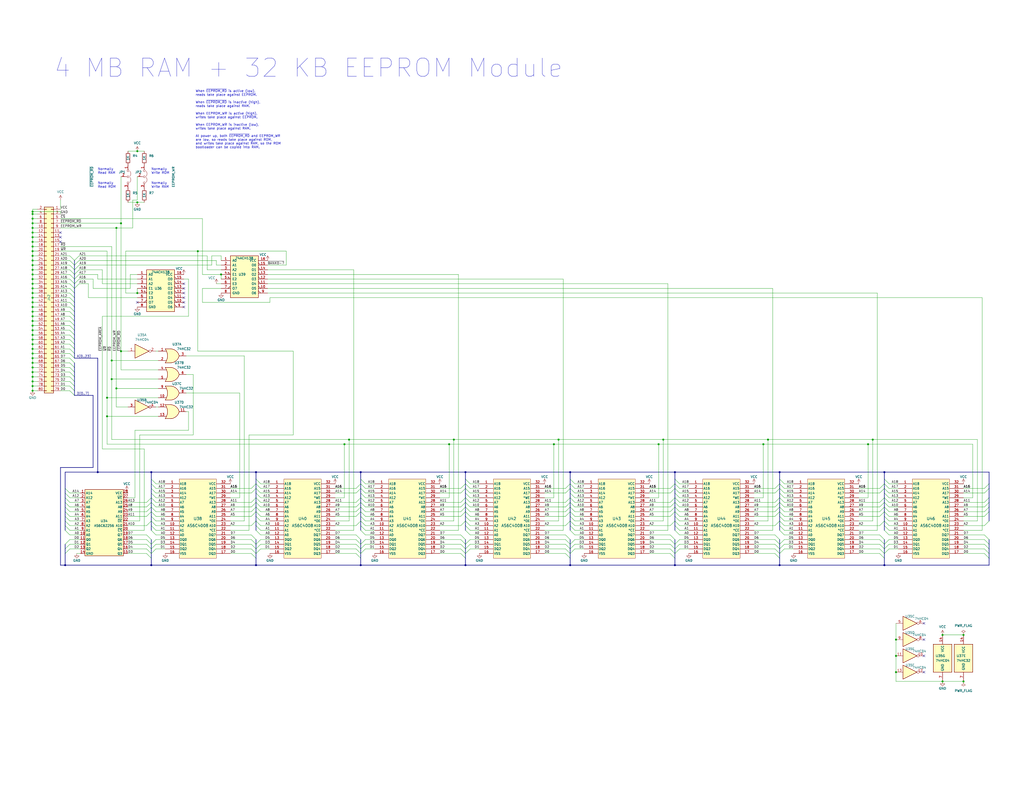
<source format=kicad_sch>
(kicad_sch (version 20230121) (generator eeschema)
  (paper "C")
  (junction (at 17.78 180.34))
  (junction (at 473.71 242.57))
  (junction (at 361.95 240.03))
  (junction (at 488.95 367.03))
  (junction (at 66.04 121.92))
  (junction (at 17.78 119.38))
  (junction (at 17.78 182.88))
  (junction (at 17.78 187.96))
  (junction (at 425.45 308.61))
  (junction (at 17.78 137.16))
  (junction (at 139.7 257.81))
  (junction (at 17.78 115.57))
  (junction (at 17.78 200.66))
  (junction (at 17.78 198.12))
  (junction (at 17.78 203.2))
  (junction (at 419.1 240.03))
  (junction (at 17.78 160.02))
  (junction (at 17.78 129.54))
  (junction (at 60.96 196.85))
  (junction (at 482.6 257.81))
  (junction (at 58.42 217.17))
  (junction (at 476.25 240.03))
  (junction (at 17.78 195.58))
  (junction (at 17.78 157.48))
  (junction (at 302.26 242.57))
  (junction (at 196.85 308.61))
  (junction (at 17.78 170.18))
  (junction (at 74.93 82.55))
  (junction (at 17.78 124.46))
  (junction (at 17.78 213.36))
  (junction (at 60.96 207.01))
  (junction (at 35.56 308.61))
  (junction (at 254 308.61))
  (junction (at 488.95 358.14))
  (junction (at 245.11 242.57))
  (junction (at 17.78 162.56))
  (junction (at 139.7 308.61))
  (junction (at 311.15 308.61))
  (junction (at 17.78 154.94))
  (junction (at 58.42 227.33))
  (junction (at 254 257.81))
  (junction (at 17.78 177.8))
  (junction (at 120.65 149.86))
  (junction (at 17.78 132.08))
  (junction (at 17.78 193.04))
  (junction (at 311.15 257.81))
  (junction (at 525.78 372.11))
  (junction (at 359.41 242.57))
  (junction (at 247.65 240.03))
  (junction (at 488.95 349.25))
  (junction (at 17.78 185.42))
  (junction (at 514.35 372.11))
  (junction (at 17.78 175.26))
  (junction (at 416.56 242.57))
  (junction (at 17.78 205.74))
  (junction (at 17.78 134.62))
  (junction (at 17.78 165.1))
  (junction (at 17.78 152.4))
  (junction (at 74.93 110.49))
  (junction (at 368.3 308.61))
  (junction (at 482.6 308.61))
  (junction (at 196.85 257.81))
  (junction (at 190.5 240.03))
  (junction (at 17.78 172.72))
  (junction (at 17.78 147.32))
  (junction (at 187.96 242.57))
  (junction (at 17.78 210.82))
  (junction (at 368.3 257.81))
  (junction (at 17.78 167.64))
  (junction (at 66.04 191.77))
  (junction (at 63.5 212.09))
  (junction (at 514.35 346.71))
  (junction (at 525.78 346.71))
  (junction (at 82.55 257.81))
  (junction (at 17.78 208.28))
  (junction (at 17.78 149.86))
  (junction (at 17.78 144.78))
  (junction (at 304.8 240.03))
  (junction (at 17.78 116.84))
  (junction (at 53.34 257.81))
  (junction (at 425.45 257.81))
  (junction (at 17.78 127))
  (junction (at 82.55 308.61))
  (junction (at 17.78 139.7))
  (junction (at 107.95 137.16))
  (junction (at 17.78 190.5))
  (junction (at 17.78 121.92))
  (junction (at 63.5 124.46))
  (junction (at 17.78 142.24))
  (junction (at 74.93 160.02))
  (no_connect (at 504.19 340.36))
  (no_connect (at 74.93 165.1))
  (no_connect (at 100.33 167.64))
  (no_connect (at 100.33 162.56))
  (no_connect (at 100.33 165.1))
  (no_connect (at 504.19 367.03))
  (no_connect (at 504.19 358.14))
  (no_connect (at 33.02 132.08))
  (no_connect (at 100.33 154.94))
  (no_connect (at 100.33 157.48))
  (no_connect (at 100.33 160.02))
  (no_connect (at 33.02 127))
  (no_connect (at 33.02 129.54))
  (no_connect (at 504.19 349.25))
  (bus_entry (at 40.64 149.86) (size -2.54 -2.54))
  (bus_entry (at 482.6 274.32) (size -2.54 2.54))
  (bus_entry (at 311.15 284.48) (size -2.54 2.54))
  (bus_entry (at 254 274.32) (size -2.54 2.54))
  (bus_entry (at 539.75 302.26) (size -2.54 -2.54))
  (bus_entry (at 254 279.4) (size -2.54 2.54))
  (bus_entry (at 40.64 142.24) (size -2.54 -2.54))
  (bus_entry (at 539.75 276.86) (size -2.54 2.54))
  (bus_entry (at 196.85 261.62) (size 2.54 2.54))
  (bus_entry (at 311.15 264.16) (size -2.54 2.54))
  (bus_entry (at 539.75 271.78) (size -2.54 2.54))
  (bus_entry (at 368.3 302.26) (size 2.54 -2.54))
  (bus_entry (at 425.45 271.78) (size 2.54 2.54))
  (bus_entry (at 311.15 302.26) (size -2.54 -2.54))
  (bus_entry (at 482.6 279.4) (size 2.54 2.54))
  (bus_entry (at 82.55 284.48) (size 2.54 2.54))
  (bus_entry (at 40.64 144.78) (size -2.54 -2.54))
  (bus_entry (at 539.75 279.4) (size -2.54 2.54))
  (bus_entry (at 196.85 289.56) (size 2.54 2.54))
  (bus_entry (at 35.56 274.32) (size 2.54 2.54))
  (bus_entry (at 425.45 297.18) (size -2.54 -2.54))
  (bus_entry (at 311.15 294.64) (size -2.54 -2.54))
  (bus_entry (at 368.3 289.56) (size 2.54 2.54))
  (bus_entry (at 196.85 271.78) (size 2.54 2.54))
  (bus_entry (at 368.3 297.18) (size -2.54 -2.54))
  (bus_entry (at 482.6 284.48) (size 2.54 2.54))
  (bus_entry (at 35.56 287.02) (size 2.54 2.54))
  (bus_entry (at 139.7 302.26) (size -2.54 -2.54))
  (bus_entry (at 368.3 266.7) (size -2.54 2.54))
  (bus_entry (at 425.45 299.72) (size 2.54 -2.54))
  (bus_entry (at 254 271.78) (size 2.54 2.54))
  (bus_entry (at 368.3 299.72) (size -2.54 -2.54))
  (bus_entry (at 311.15 264.16) (size 2.54 2.54))
  (bus_entry (at 368.3 299.72) (size 2.54 -2.54))
  (bus_entry (at 425.45 289.56) (size 2.54 2.54))
  (bus_entry (at 196.85 284.48) (size -2.54 2.54))
  (bus_entry (at 139.7 271.78) (size 2.54 2.54))
  (bus_entry (at 254 266.7) (size -2.54 2.54))
  (bus_entry (at 40.64 167.64) (size -2.54 -2.54))
  (bus_entry (at 425.45 266.7) (size 2.54 2.54))
  (bus_entry (at 254 299.72) (size -2.54 -2.54))
  (bus_entry (at 482.6 302.26) (size 2.54 -2.54))
  (bus_entry (at 40.64 205.74) (size -2.54 -2.54))
  (bus_entry (at 254 281.94) (size 2.54 2.54))
  (bus_entry (at 482.6 287.02) (size 2.54 2.54))
  (bus_entry (at 311.15 281.94) (size 2.54 2.54))
  (bus_entry (at 82.55 274.32) (size 2.54 2.54))
  (bus_entry (at 82.55 269.24) (size 2.54 2.54))
  (bus_entry (at 368.3 271.78) (size 2.54 2.54))
  (bus_entry (at 482.6 264.16) (size 2.54 2.54))
  (bus_entry (at 196.85 276.86) (size -2.54 2.54))
  (bus_entry (at 482.6 276.86) (size 2.54 2.54))
  (bus_entry (at 254 274.32) (size 2.54 2.54))
  (bus_entry (at 482.6 269.24) (size 2.54 2.54))
  (bus_entry (at 482.6 302.26) (size -2.54 -2.54))
  (bus_entry (at 482.6 304.8) (size -2.54 -2.54))
  (bus_entry (at 482.6 299.72) (size -2.54 -2.54))
  (bus_entry (at 40.64 152.4) (size -2.54 -2.54))
  (bus_entry (at 539.75 297.18) (size -2.54 -2.54))
  (bus_entry (at 139.7 299.72) (size 2.54 -2.54))
  (bus_entry (at 35.56 297.18) (size 2.54 -2.54))
  (bus_entry (at 311.15 271.78) (size -2.54 2.54))
  (bus_entry (at 254 284.48) (size 2.54 2.54))
  (bus_entry (at 368.3 266.7) (size 2.54 2.54))
  (bus_entry (at 539.75 274.32) (size -2.54 2.54))
  (bus_entry (at 139.7 266.7) (size -2.54 2.54))
  (bus_entry (at 139.7 279.4) (size -2.54 2.54))
  (bus_entry (at 196.85 266.7) (size -2.54 2.54))
  (bus_entry (at 425.45 304.8) (size -2.54 -2.54))
  (bus_entry (at 425.45 264.16) (size -2.54 2.54))
  (bus_entry (at 40.64 154.94) (size 2.54 -2.54))
  (bus_entry (at 425.45 274.32) (size -2.54 2.54))
  (bus_entry (at 196.85 274.32) (size -2.54 2.54))
  (bus_entry (at 40.64 142.24) (size 2.54 -2.54))
  (bus_entry (at 254 266.7) (size 2.54 2.54))
  (bus_entry (at 82.55 302.26) (size 2.54 -2.54))
  (bus_entry (at 196.85 271.78) (size -2.54 2.54))
  (bus_entry (at 368.3 302.26) (size -2.54 -2.54))
  (bus_entry (at 139.7 294.64) (size -2.54 -2.54))
  (bus_entry (at 254 271.78) (size -2.54 2.54))
  (bus_entry (at 425.45 276.86) (size 2.54 2.54))
  (bus_entry (at 311.15 302.26) (size 2.54 -2.54))
  (bus_entry (at 40.64 203.2) (size -2.54 -2.54))
  (bus_entry (at 40.64 147.32) (size -2.54 -2.54))
  (bus_entry (at 196.85 279.4) (size -2.54 2.54))
  (bus_entry (at 196.85 281.94) (size 2.54 2.54))
  (bus_entry (at 40.64 157.48) (size 2.54 -2.54))
  (bus_entry (at 139.7 299.72) (size -2.54 -2.54))
  (bus_entry (at 82.55 297.18) (size -2.54 -2.54))
  (bus_entry (at 196.85 294.64) (size -2.54 -2.54))
  (bus_entry (at 254 299.72) (size 2.54 -2.54))
  (bus_entry (at 40.64 193.04) (size -2.54 -2.54))
  (bus_entry (at 139.7 264.16) (size 2.54 2.54))
  (bus_entry (at 482.6 279.4) (size -2.54 2.54))
  (bus_entry (at 196.85 287.02) (size 2.54 2.54))
  (bus_entry (at 482.6 294.64) (size -2.54 -2.54))
  (bus_entry (at 40.64 154.94) (size -2.54 -2.54))
  (bus_entry (at 254 284.48) (size -2.54 2.54))
  (bus_entry (at 139.7 279.4) (size 2.54 2.54))
  (bus_entry (at 82.55 279.4) (size -2.54 2.54))
  (bus_entry (at 196.85 264.16) (size 2.54 2.54))
  (bus_entry (at 196.85 297.18) (size 2.54 -2.54))
  (bus_entry (at 35.56 299.72) (size 2.54 -2.54))
  (bus_entry (at 425.45 274.32) (size 2.54 2.54))
  (bus_entry (at 539.75 284.48) (size -2.54 2.54))
  (bus_entry (at 82.55 281.94) (size 2.54 2.54))
  (bus_entry (at 40.64 198.12) (size -2.54 -2.54))
  (bus_entry (at 40.64 200.66) (size -2.54 -2.54))
  (bus_entry (at 311.15 271.78) (size 2.54 2.54))
  (bus_entry (at 425.45 279.4) (size -2.54 2.54))
  (bus_entry (at 254 297.18) (size -2.54 -2.54))
  (bus_entry (at 139.7 302.26) (size 2.54 -2.54))
  (bus_entry (at 196.85 269.24) (size 2.54 2.54))
  (bus_entry (at 40.64 157.48) (size -2.54 -2.54))
  (bus_entry (at 368.3 264.16) (size 2.54 2.54))
  (bus_entry (at 368.3 261.62) (size 2.54 2.54))
  (bus_entry (at 35.56 266.7) (size 2.54 2.54))
  (bus_entry (at 368.3 276.86) (size 2.54 2.54))
  (bus_entry (at 40.64 177.8) (size -2.54 -2.54))
  (bus_entry (at 82.55 271.78) (size -2.54 2.54))
  (bus_entry (at 196.85 279.4) (size 2.54 2.54))
  (bus_entry (at 40.64 147.32) (size 2.54 -2.54))
  (bus_entry (at 82.55 274.32) (size -2.54 2.54))
  (bus_entry (at 311.15 279.4) (size -2.54 2.54))
  (bus_entry (at 425.45 294.64) (size -2.54 -2.54))
  (bus_entry (at 482.6 284.48) (size -2.54 2.54))
  (bus_entry (at 311.15 299.72) (size -2.54 -2.54))
  (bus_entry (at 539.75 294.64) (size -2.54 -2.54))
  (bus_entry (at 311.15 269.24) (size 2.54 2.54))
  (bus_entry (at 40.64 180.34) (size -2.54 -2.54))
  (bus_entry (at 82.55 294.64) (size -2.54 -2.54))
  (bus_entry (at 40.64 165.1) (size -2.54 -2.54))
  (bus_entry (at 139.7 297.18) (size -2.54 -2.54))
  (bus_entry (at 35.56 289.56) (size 2.54 2.54))
  (bus_entry (at 425.45 276.86) (size -2.54 2.54))
  (bus_entry (at 40.64 215.9) (size -2.54 -2.54))
  (bus_entry (at 139.7 289.56) (size 2.54 2.54))
  (bus_entry (at 311.15 266.7) (size 2.54 2.54))
  (bus_entry (at 196.85 274.32) (size 2.54 2.54))
  (bus_entry (at 254 276.86) (size -2.54 2.54))
  (bus_entry (at 196.85 299.72) (size 2.54 -2.54))
  (bus_entry (at 82.55 302.26) (size -2.54 -2.54))
  (bus_entry (at 311.15 276.86) (size -2.54 2.54))
  (bus_entry (at 368.3 279.4) (size -2.54 2.54))
  (bus_entry (at 254 276.86) (size 2.54 2.54))
  (bus_entry (at 368.3 284.48) (size -2.54 2.54))
  (bus_entry (at 196.85 297.18) (size -2.54 -2.54))
  (bus_entry (at 40.64 152.4) (size 2.54 -2.54))
  (bus_entry (at 82.55 297.18) (size 2.54 -2.54))
  (bus_entry (at 425.45 284.48) (size -2.54 2.54))
  (bus_entry (at 539.75 264.16) (size -2.54 2.54))
  (bus_entry (at 368.3 276.86) (size -2.54 2.54))
  (bus_entry (at 82.55 276.86) (size 2.54 2.54))
  (bus_entry (at 139.7 274.32) (size 2.54 2.54))
  (bus_entry (at 368.3 269.24) (size 2.54 2.54))
  (bus_entry (at 368.3 294.64) (size -2.54 -2.54))
  (bus_entry (at 82.55 264.16) (size 2.54 2.54))
  (bus_entry (at 82.55 289.56) (size 2.54 2.54))
  (bus_entry (at 139.7 274.32) (size -2.54 2.54))
  (bus_entry (at 311.15 284.48) (size 2.54 2.54))
  (bus_entry (at 40.64 208.28) (size -2.54 -2.54))
  (bus_entry (at 425.45 299.72) (size -2.54 -2.54))
  (bus_entry (at 82.55 287.02) (size 2.54 2.54))
  (bus_entry (at 139.7 276.86) (size 2.54 2.54))
  (bus_entry (at 40.64 162.56) (size -2.54 -2.54))
  (bus_entry (at 425.45 302.26) (size 2.54 -2.54))
  (bus_entry (at 311.15 297.18) (size -2.54 -2.54))
  (bus_entry (at 311.15 279.4) (size 2.54 2.54))
  (bus_entry (at 311.15 299.72) (size 2.54 -2.54))
  (bus_entry (at 368.3 297.18) (size 2.54 -2.54))
  (bus_entry (at 82.55 261.62) (size 2.54 2.54))
  (bus_entry (at 482.6 297.18) (size -2.54 -2.54))
  (bus_entry (at 311.15 297.18) (size 2.54 -2.54))
  (bus_entry (at 82.55 271.78) (size 2.54 2.54))
  (bus_entry (at 139.7 266.7) (size 2.54 2.54))
  (bus_entry (at 254 261.62) (size 2.54 2.54))
  (bus_entry (at 425.45 281.94) (size 2.54 2.54))
  (bus_entry (at 254 264.16) (size 2.54 2.54))
  (bus_entry (at 254 289.56) (size 2.54 2.54))
  (bus_entry (at 425.45 269.24) (size 2.54 2.54))
  (bus_entry (at 196.85 276.86) (size 2.54 2.54))
  (bus_entry (at 368.3 274.32) (size -2.54 2.54))
  (bus_entry (at 196.85 302.26) (size 2.54 -2.54))
  (bus_entry (at 368.3 274.32) (size 2.54 2.54))
  (bus_entry (at 482.6 281.94) (size 2.54 2.54))
  (bus_entry (at 254 302.26) (size 2.54 -2.54))
  (bus_entry (at 482.6 299.72) (size 2.54 -2.54))
  (bus_entry (at 139.7 269.24) (size 2.54 2.54))
  (bus_entry (at 196.85 266.7) (size 2.54 2.54))
  (bus_entry (at 40.64 172.72) (size -2.54 -2.54))
  (bus_entry (at 40.64 210.82) (size -2.54 -2.54))
  (bus_entry (at 482.6 266.7) (size -2.54 2.54))
  (bus_entry (at 40.64 160.02) (size -2.54 -2.54))
  (bus_entry (at 368.3 284.48) (size 2.54 2.54))
  (bus_entry (at 196.85 299.72) (size -2.54 -2.54))
  (bus_entry (at 40.64 144.78) (size 2.54 -2.54))
  (bus_entry (at 196.85 302.26) (size -2.54 -2.54))
  (bus_entry (at 35.56 271.78) (size 2.54 2.54))
  (bus_entry (at 539.75 266.7) (size -2.54 2.54))
  (bus_entry (at 311.15 276.86) (size 2.54 2.54))
  (bus_entry (at 368.3 287.02) (size 2.54 2.54))
  (bus_entry (at 35.56 276.86) (size 2.54 2.54))
  (bus_entry (at 254 304.8) (size -2.54 -2.54))
  (bus_entry (at 40.64 213.36) (size -2.54 -2.54))
  (bus_entry (at 482.6 274.32) (size 2.54 2.54))
  (bus_entry (at 311.15 289.56) (size 2.54 2.54))
  (bus_entry (at 482.6 289.56) (size 2.54 2.54))
  (bus_entry (at 35.56 281.94) (size 2.54 2.54))
  (bus_entry (at 368.3 279.4) (size 2.54 2.54))
  (bus_entry (at 139.7 304.8) (size -2.54 -2.54))
  (bus_entry (at 254 297.18) (size 2.54 -2.54))
  (bus_entry (at 425.45 302.26) (size -2.54 -2.54))
  (bus_entry (at 82.55 284.48) (size -2.54 2.54))
  (bus_entry (at 40.64 190.5) (size -2.54 -2.54))
  (bus_entry (at 139.7 284.48) (size 2.54 2.54))
  (bus_entry (at 82.55 299.72) (size 2.54 -2.54))
  (bus_entry (at 35.56 269.24) (size 2.54 2.54))
  (bus_entry (at 254 294.64) (size -2.54 -2.54))
  (bus_entry (at 40.64 149.86) (size 2.54 -2.54))
  (bus_entry (at 482.6 264.16) (size -2.54 2.54))
  (bus_entry (at 368.3 304.8) (size -2.54 -2.54))
  (bus_entry (at 482.6 276.86) (size -2.54 2.54))
  (bus_entry (at 40.64 182.88) (size -2.54 -2.54))
  (bus_entry (at 425.45 284.48) (size 2.54 2.54))
  (bus_entry (at 425.45 297.18) (size 2.54 -2.54))
  (bus_entry (at 139.7 276.86) (size -2.54 2.54))
  (bus_entry (at 482.6 266.7) (size 2.54 2.54))
  (bus_entry (at 368.3 271.78) (size -2.54 2.54))
  (bus_entry (at 40.64 195.58) (size -2.54 -2.54))
  (bus_entry (at 368.3 264.16) (size -2.54 2.54))
  (bus_entry (at 539.75 304.8) (size -2.54 -2.54))
  (bus_entry (at 425.45 279.4) (size 2.54 2.54))
  (bus_entry (at 196.85 264.16) (size -2.54 2.54))
  (bus_entry (at 139.7 281.94) (size 2.54 2.54))
  (bus_entry (at 139.7 287.02) (size 2.54 2.54))
  (bus_entry (at 482.6 297.18) (size 2.54 -2.54))
  (bus_entry (at 139.7 297.18) (size 2.54 -2.54))
  (bus_entry (at 139.7 261.62) (size 2.54 2.54))
  (bus_entry (at 35.56 279.4) (size 2.54 2.54))
  (bus_entry (at 196.85 304.8) (size -2.54 -2.54))
  (bus_entry (at 82.55 266.7) (size 2.54 2.54))
  (bus_entry (at 40.64 170.18) (size -2.54 -2.54))
  (bus_entry (at 82.55 304.8) (size -2.54 -2.54))
  (bus_entry (at 254 287.02) (size 2.54 2.54))
  (bus_entry (at 40.64 175.26) (size -2.54 -2.54))
  (bus_entry (at 311.15 304.8) (size -2.54 -2.54))
  (bus_entry (at 539.75 299.72) (size -2.54 -2.54))
  (bus_entry (at 82.55 299.72) (size -2.54 -2.54))
  (bus_entry (at 35.56 284.48) (size 2.54 2.54))
  (bus_entry (at 425.45 264.16) (size 2.54 2.54))
  (bus_entry (at 139.7 284.48) (size -2.54 2.54))
  (bus_entry (at 368.3 281.94) (size 2.54 2.54))
  (bus_entry (at 196.85 284.48) (size 2.54 2.54))
  (bus_entry (at 482.6 261.62) (size 2.54 2.54))
  (bus_entry (at 40.64 185.42) (size -2.54 -2.54))
  (bus_entry (at 311.15 266.7) (size -2.54 2.54))
  (bus_entry (at 482.6 271.78) (size 2.54 2.54))
  (bus_entry (at 254 302.26) (size -2.54 -2.54))
  (bus_entry (at 425.45 271.78) (size -2.54 2.54))
  (bus_entry (at 482.6 271.78) (size -2.54 2.54))
  (bus_entry (at 425.45 261.62) (size 2.54 2.54))
  (bus_entry (at 82.55 276.86) (size -2.54 2.54))
  (bus_entry (at 311.15 261.62) (size 2.54 2.54))
  (bus_entry (at 139.7 271.78) (size -2.54 2.54))
  (bus_entry (at 254 269.24) (size 2.54 2.54))
  (bus_entry (at 35.56 302.26) (size 2.54 -2.54))
  (bus_entry (at 82.55 279.4) (size 2.54 2.54))
  (bus_entry (at 311.15 274.32) (size -2.54 2.54))
  (bus_entry (at 311.15 287.02) (size 2.54 2.54))
  (bus_entry (at 254 279.4) (size 2.54 2.54))
  (bus_entry (at 311.15 274.32) (size 2.54 2.54))
  (bus_entry (at 425.45 287.02) (size 2.54 2.54))
  (bus_entry (at 40.64 187.96) (size -2.54 -2.54))
  (bus_entry (at 139.7 264.16) (size -2.54 2.54))
  (bus_entry (at 425.45 266.7) (size -2.54 2.54))
  (bus_entry (at 254 264.16) (size -2.54 2.54))
  (wire (pts (xy 17.78 115.57) (xy 33.02 115.57)))
  (wire (pts (xy 308.61 281.94) (xy 297.18 281.94)))
  (wire (pts (xy 364.49 154.94) (xy 364.49 289.56)))
  (wire (pts (xy 53.34 149.86) (xy 43.18 149.86)))
  (wire (pts (xy 38.1 170.18) (xy 33.02 170.18)))
  (wire (pts (xy 365.76 269.24) (xy 354.33 269.24)))
  (wire (pts (xy 365.76 294.64) (xy 354.33 294.64)))
  (bus (pts (xy 368.3 299.72) (xy 368.3 302.26)))
  (wire (pts (xy 118.11 154.94) (xy 120.65 154.94)))
  (bus (pts (xy 82.55 276.86) (xy 82.55 279.4)))
  (wire (pts (xy 365.76 266.7) (xy 354.33 266.7)))
  (bus (pts (xy 482.6 276.86) (xy 482.6 279.4)))
  (wire (pts (xy 38.1 299.72) (xy 43.815 299.72)))
  (wire (pts (xy 525.78 271.78) (xy 530.86 271.78)))
  (wire (pts (xy 85.09 222.25) (xy 86.36 222.25)))
  (wire (pts (xy 485.14 276.86) (xy 490.22 276.86)))
  (wire (pts (xy 485.14 281.94) (xy 490.22 281.94)))
  (wire (pts (xy 55.88 147.32) (xy 55.88 154.94)))
  (bus (pts (xy 139.7 308.61) (xy 196.85 308.61)))
  (wire (pts (xy 427.99 287.02) (xy 433.07 287.02)))
  (wire (pts (xy 101.6 194.31) (xy 133.35 194.31)))
  (wire (pts (xy 17.78 137.16) (xy 20.32 137.16)))
  (bus (pts (xy 82.55 274.32) (xy 82.55 276.86)))
  (wire (pts (xy 17.78 129.54) (xy 17.78 132.08)))
  (wire (pts (xy 142.24 274.32) (xy 147.32 274.32)))
  (bus (pts (xy 311.15 294.64) (xy 311.15 297.18)))
  (bus (pts (xy 196.85 297.18) (xy 196.85 299.72)))
  (bus (pts (xy 35.56 269.24) (xy 35.56 266.7)))
  (wire (pts (xy 308.61 287.02) (xy 297.18 287.02)))
  (bus (pts (xy 482.6 297.18) (xy 482.6 299.72)))
  (wire (pts (xy 251.46 299.72) (xy 240.03 299.72)))
  (wire (pts (xy 302.26 242.57) (xy 359.41 242.57)))
  (wire (pts (xy 251.46 274.32) (xy 240.03 274.32)))
  (wire (pts (xy 480.06 287.02) (xy 468.63 287.02)))
  (wire (pts (xy 38.1 279.4) (xy 43.815 279.4)))
  (wire (pts (xy 17.78 139.7) (xy 20.32 139.7)))
  (bus (pts (xy 539.75 276.86) (xy 539.75 279.4)))
  (wire (pts (xy 411.48 289.56) (xy 421.64 289.56)))
  (wire (pts (xy 60.96 207.01) (xy 60.96 240.03)))
  (wire (pts (xy 485.14 274.32) (xy 490.22 274.32)))
  (wire (pts (xy 427.99 281.94) (xy 433.07 281.94)))
  (bus (pts (xy 539.75 266.7) (xy 539.75 271.78)))
  (wire (pts (xy 17.78 180.34) (xy 17.78 182.88)))
  (wire (pts (xy 17.78 172.72) (xy 17.78 175.26)))
  (bus (pts (xy 40.64 175.26) (xy 40.64 177.8)))
  (wire (pts (xy 427.99 289.56) (xy 433.07 289.56)))
  (wire (pts (xy 199.39 264.16) (xy 204.47 264.16)))
  (wire (pts (xy 251.46 276.86) (xy 240.03 276.86)))
  (wire (pts (xy 194.31 279.4) (xy 182.88 279.4)))
  (wire (pts (xy 302.26 242.57) (xy 302.26 271.78)))
  (bus (pts (xy 82.55 304.8) (xy 82.55 308.61)))
  (bus (pts (xy 139.7 294.64) (xy 139.7 297.18)))
  (wire (pts (xy 38.1 182.88) (xy 33.02 182.88)))
  (bus (pts (xy 254 271.78) (xy 254 274.32)))
  (bus (pts (xy 482.6 269.24) (xy 482.6 271.78)))
  (wire (pts (xy 365.76 302.26) (xy 354.33 302.26)))
  (wire (pts (xy 102.87 234.95) (xy 73.66 234.95)))
  (wire (pts (xy 38.1 210.82) (xy 33.02 210.82)))
  (wire (pts (xy 365.76 292.1) (xy 354.33 292.1)))
  (wire (pts (xy 476.25 240.03) (xy 476.25 284.48)))
  (wire (pts (xy 365.76 274.32) (xy 354.33 274.32)))
  (bus (pts (xy 425.45 308.61) (xy 482.6 308.61)))
  (wire (pts (xy 110.49 149.86) (xy 120.65 149.86)))
  (bus (pts (xy 82.55 284.48) (xy 82.55 287.02)))
  (bus (pts (xy 35.56 299.72) (xy 35.56 302.26)))
  (wire (pts (xy 17.78 175.26) (xy 17.78 177.8)))
  (wire (pts (xy 17.78 124.46) (xy 17.78 127)))
  (wire (pts (xy 142.24 269.24) (xy 147.32 269.24)))
  (wire (pts (xy 308.61 274.32) (xy 297.18 274.32)))
  (wire (pts (xy 251.46 281.94) (xy 240.03 281.94)))
  (wire (pts (xy 142.24 266.7) (xy 147.32 266.7)))
  (bus (pts (xy 82.55 281.94) (xy 82.55 284.48)))
  (wire (pts (xy 107.95 137.16) (xy 107.95 191.77)))
  (wire (pts (xy 427.99 292.1) (xy 433.07 292.1)))
  (wire (pts (xy 313.69 276.86) (xy 318.77 276.86)))
  (bus (pts (xy 139.7 257.81) (xy 196.85 257.81)))
  (wire (pts (xy 69.85 289.56) (xy 78.74 289.56)))
  (wire (pts (xy 256.54 299.72) (xy 261.62 299.72)))
  (bus (pts (xy 482.6 302.26) (xy 482.6 304.8)))
  (wire (pts (xy 74.93 149.86) (xy 71.12 149.86)))
  (wire (pts (xy 17.78 208.28) (xy 20.32 208.28)))
  (bus (pts (xy 254 289.56) (xy 254 287.02)))
  (wire (pts (xy 43.18 147.32) (xy 55.88 147.32)))
  (wire (pts (xy 17.78 144.78) (xy 20.32 144.78)))
  (wire (pts (xy 256.54 264.16) (xy 261.62 264.16)))
  (wire (pts (xy 17.78 210.82) (xy 17.78 213.36)))
  (wire (pts (xy 297.18 271.78) (xy 302.26 271.78)))
  (wire (pts (xy 17.78 162.56) (xy 17.78 165.1)))
  (bus (pts (xy 482.6 279.4) (xy 482.6 281.94)))
  (bus (pts (xy 82.55 289.56) (xy 82.55 287.02)))
  (wire (pts (xy 142.24 281.94) (xy 147.32 281.94)))
  (bus (pts (xy 40.64 170.18) (xy 40.64 172.72)))
  (wire (pts (xy 256.54 289.56) (xy 261.62 289.56)))
  (wire (pts (xy 199.39 271.78) (xy 204.47 271.78)))
  (bus (pts (xy 368.3 261.62) (xy 368.3 257.81)))
  (wire (pts (xy 125.73 289.56) (xy 135.89 289.56)))
  (bus (pts (xy 254 269.24) (xy 254 271.78)))
  (wire (pts (xy 251.46 269.24) (xy 240.03 269.24)))
  (bus (pts (xy 53.34 195.58) (xy 53.34 257.81)))
  (wire (pts (xy 58.42 242.57) (xy 187.96 242.57)))
  (wire (pts (xy 199.39 299.72) (xy 204.47 299.72)))
  (wire (pts (xy 427.99 284.48) (xy 433.07 284.48)))
  (wire (pts (xy 110.49 157.48) (xy 110.49 165.1)))
  (wire (pts (xy 105.41 237.49) (xy 76.2 237.49)))
  (bus (pts (xy 82.55 261.62) (xy 82.55 257.81)))
  (bus (pts (xy 196.85 284.48) (xy 196.85 287.02)))
  (wire (pts (xy 370.84 292.1) (xy 375.92 292.1)))
  (bus (pts (xy 40.64 180.34) (xy 40.64 182.88)))
  (wire (pts (xy 182.88 289.56) (xy 193.04 289.56)))
  (wire (pts (xy 137.16 281.94) (xy 125.73 281.94)))
  (bus (pts (xy 35.56 276.86) (xy 35.56 274.32)))
  (bus (pts (xy 35.56 257.81) (xy 35.56 266.7)))
  (wire (pts (xy 240.03 289.56) (xy 250.19 289.56)))
  (bus (pts (xy 196.85 276.86) (xy 196.85 274.32)))
  (bus (pts (xy 425.45 284.48) (xy 425.45 287.02)))
  (bus (pts (xy 139.7 302.26) (xy 139.7 304.8)))
  (wire (pts (xy 308.61 279.4) (xy 297.18 279.4)))
  (wire (pts (xy 187.96 242.57) (xy 187.96 271.78)))
  (bus (pts (xy 40.64 147.32) (xy 40.64 149.86)))
  (wire (pts (xy 313.69 281.94) (xy 318.77 281.94)))
  (wire (pts (xy 476.25 240.03) (xy 533.4 240.03)))
  (wire (pts (xy 137.16 279.4) (xy 125.73 279.4)))
  (bus (pts (xy 425.45 271.78) (xy 425.45 274.32)))
  (wire (pts (xy 43.815 302.26) (xy 41.91 302.26)))
  (wire (pts (xy 17.78 205.74) (xy 17.78 208.28)))
  (wire (pts (xy 66.04 191.77) (xy 69.85 191.77)))
  (wire (pts (xy 256.54 292.1) (xy 261.62 292.1)))
  (wire (pts (xy 480.06 294.64) (xy 468.63 294.64)))
  (bus (pts (xy 139.7 297.18) (xy 139.7 299.72)))
  (bus (pts (xy 311.15 281.94) (xy 311.15 284.48)))
  (wire (pts (xy 17.78 139.7) (xy 17.78 142.24)))
  (wire (pts (xy 17.78 160.02) (xy 20.32 160.02)))
  (bus (pts (xy 139.7 261.62) (xy 139.7 257.81)))
  (bus (pts (xy 139.7 276.86) (xy 139.7 279.4)))
  (wire (pts (xy 38.1 175.26) (xy 33.02 175.26)))
  (wire (pts (xy 60.96 196.85) (xy 86.36 196.85)))
  (wire (pts (xy 422.91 276.86) (xy 411.48 276.86)))
  (wire (pts (xy 38.1 154.94) (xy 33.02 154.94)))
  (wire (pts (xy 69.85 284.48) (xy 76.2 284.48)))
  (wire (pts (xy 85.09 274.32) (xy 90.17 274.32)))
  (wire (pts (xy 147.32 165.1) (xy 147.32 162.56)))
  (wire (pts (xy 85.09 289.56) (xy 90.17 289.56)))
  (wire (pts (xy 17.78 152.4) (xy 17.78 154.94)))
  (bus (pts (xy 82.55 269.24) (xy 82.55 266.7)))
  (wire (pts (xy 308.61 302.26) (xy 297.18 302.26)))
  (wire (pts (xy 17.78 121.92) (xy 20.32 121.92)))
  (bus (pts (xy 254 276.86) (xy 254 279.4)))
  (wire (pts (xy 313.69 289.56) (xy 318.77 289.56)))
  (wire (pts (xy 33.02 134.62) (xy 60.96 134.62)))
  (wire (pts (xy 50.8 157.48) (xy 50.8 152.4)))
  (wire (pts (xy 485.14 287.02) (xy 490.22 287.02)))
  (bus (pts (xy 35.56 274.32) (xy 35.56 271.78)))
  (wire (pts (xy 313.69 264.16) (xy 318.77 264.16)))
  (wire (pts (xy 17.78 187.96) (xy 20.32 187.96)))
  (wire (pts (xy 199.39 274.32) (xy 204.47 274.32)))
  (wire (pts (xy 247.65 240.03) (xy 247.65 284.48)))
  (wire (pts (xy 142.24 294.64) (xy 147.32 294.64)))
  (bus (pts (xy 196.85 294.64) (xy 196.85 297.18)))
  (wire (pts (xy 17.78 195.58) (xy 20.32 195.58)))
  (wire (pts (xy 17.78 193.04) (xy 17.78 195.58)))
  (wire (pts (xy 256.54 269.24) (xy 261.62 269.24)))
  (bus (pts (xy 82.55 308.61) (xy 139.7 308.61)))
  (wire (pts (xy 537.21 287.02) (xy 525.78 287.02)))
  (wire (pts (xy 361.95 240.03) (xy 419.1 240.03)))
  (wire (pts (xy 199.39 279.4) (xy 204.47 279.4)))
  (wire (pts (xy 63.5 212.09) (xy 86.36 212.09)))
  (wire (pts (xy 55.88 172.72) (xy 55.88 245.11)))
  (bus (pts (xy 254 284.48) (xy 254 287.02)))
  (bus (pts (xy 40.64 193.04) (xy 40.64 195.58)))
  (wire (pts (xy 480.06 299.72) (xy 468.63 299.72)))
  (bus (pts (xy 196.85 266.7) (xy 196.85 264.16)))
  (wire (pts (xy 199.39 287.02) (xy 204.47 287.02)))
  (wire (pts (xy 17.78 200.66) (xy 17.78 203.2)))
  (wire (pts (xy 17.78 175.26) (xy 20.32 175.26)))
  (wire (pts (xy 160.02 237.49) (xy 160.02 191.77)))
  (wire (pts (xy 38.1 177.8) (xy 33.02 177.8)))
  (wire (pts (xy 256.54 274.32) (xy 261.62 274.32)))
  (bus (pts (xy 482.6 294.64) (xy 482.6 297.18)))
  (bus (pts (xy 425.45 261.62) (xy 425.45 264.16)))
  (bus (pts (xy 35.56 297.18) (xy 35.56 299.72)))
  (wire (pts (xy 85.09 266.7) (xy 90.17 266.7)))
  (wire (pts (xy 427.99 294.64) (xy 433.07 294.64)))
  (bus (pts (xy 368.3 266.7) (xy 368.3 264.16)))
  (wire (pts (xy 135.89 237.49) (xy 160.02 237.49)))
  (wire (pts (xy 17.78 142.24) (xy 20.32 142.24)))
  (bus (pts (xy 139.7 269.24) (xy 139.7 271.78)))
  (wire (pts (xy 33.02 121.92) (xy 66.04 121.92)))
  (bus (pts (xy 539.75 302.26) (xy 539.75 304.8)))
  (wire (pts (xy 85.09 276.86) (xy 90.17 276.86)))
  (wire (pts (xy 17.78 177.8) (xy 17.78 180.34)))
  (wire (pts (xy 17.78 205.74) (xy 20.32 205.74)))
  (bus (pts (xy 139.7 271.78) (xy 139.7 274.32)))
  (wire (pts (xy 85.09 281.94) (xy 90.17 281.94)))
  (wire (pts (xy 308.61 266.7) (xy 297.18 266.7)))
  (bus (pts (xy 139.7 261.62) (xy 139.7 264.16)))
  (wire (pts (xy 72.39 109.22) (xy 72.39 124.46)))
  (bus (pts (xy 40.64 165.1) (xy 40.64 167.64)))
  (bus (pts (xy 539.75 266.7) (xy 539.75 264.16)))
  (bus (pts (xy 482.6 257.81) (xy 539.75 257.81)))
  (bus (pts (xy 33.02 308.61) (xy 35.56 308.61)))
  (wire (pts (xy 17.78 162.56) (xy 20.32 162.56)))
  (wire (pts (xy 17.78 137.16) (xy 17.78 139.7)))
  (bus (pts (xy 40.64 172.72) (xy 40.64 175.26)))
  (bus (pts (xy 311.15 304.8) (xy 311.15 308.61)))
  (wire (pts (xy 38.1 157.48) (xy 33.02 157.48)))
  (bus (pts (xy 82.55 294.64) (xy 82.55 297.18)))
  (wire (pts (xy 365.76 297.18) (xy 354.33 297.18)))
  (bus (pts (xy 425.45 304.8) (xy 425.45 308.61)))
  (wire (pts (xy 38.1 185.42) (xy 33.02 185.42)))
  (wire (pts (xy 354.33 284.48) (xy 361.95 284.48)))
  (bus (pts (xy 40.64 177.8) (xy 40.64 180.34)))
  (wire (pts (xy 427.99 299.72) (xy 433.07 299.72)))
  (wire (pts (xy 120.65 149.86) (xy 120.65 152.4)))
  (wire (pts (xy 69.85 271.78) (xy 73.66 271.78)))
  (bus (pts (xy 425.45 302.26) (xy 425.45 304.8)))
  (wire (pts (xy 480.06 274.32) (xy 468.63 274.32)))
  (wire (pts (xy 38.1 190.5) (xy 33.02 190.5)))
  (bus (pts (xy 368.3 304.8) (xy 368.3 308.61)))
  (bus (pts (xy 139.7 299.72) (xy 139.7 302.26)))
  (wire (pts (xy 17.78 129.54) (xy 20.32 129.54)))
  (bus (pts (xy 40.64 142.24) (xy 40.64 144.78)))
  (bus (pts (xy 425.45 266.7) (xy 425.45 264.16)))
  (bus (pts (xy 482.6 271.78) (xy 482.6 274.32)))
  (wire (pts (xy 38.1 203.2) (xy 33.02 203.2)))
  (wire (pts (xy 297.18 289.56) (xy 307.34 289.56)))
  (wire (pts (xy 74.93 152.4) (xy 53.34 152.4)))
  (wire (pts (xy 38.1 167.64) (xy 33.02 167.64)))
  (wire (pts (xy 485.14 271.78) (xy 490.22 271.78)))
  (bus (pts (xy 82.55 299.72) (xy 82.55 302.26)))
  (wire (pts (xy 422.91 279.4) (xy 411.48 279.4)))
  (bus (pts (xy 254 266.7) (xy 254 264.16)))
  (wire (pts (xy 115.57 139.7) (xy 120.65 139.7)))
  (wire (pts (xy 537.21 294.64) (xy 525.78 294.64)))
  (wire (pts (xy 411.48 284.48) (xy 419.1 284.48)))
  (wire (pts (xy 488.95 372.11) (xy 514.35 372.11)))
  (wire (pts (xy 137.16 299.72) (xy 125.73 299.72)))
  (bus (pts (xy 82.55 302.26) (xy 82.55 304.8)))
  (wire (pts (xy 416.56 242.57) (xy 416.56 271.78)))
  (wire (pts (xy 137.16 302.26) (xy 125.73 302.26)))
  (wire (pts (xy 137.16 294.64) (xy 125.73 294.64)))
  (bus (pts (xy 425.45 289.56) (xy 425.45 287.02)))
  (wire (pts (xy 137.16 287.02) (xy 125.73 287.02)))
  (wire (pts (xy 107.95 137.16) (xy 156.21 137.16)))
  (wire (pts (xy 525.78 284.48) (xy 533.4 284.48)))
  (wire (pts (xy 537.21 299.72) (xy 525.78 299.72)))
  (wire (pts (xy 69.85 82.55) (xy 74.93 82.55)))
  (wire (pts (xy 468.63 289.56) (xy 478.79 289.56)))
  (wire (pts (xy 38.1 147.32) (xy 33.02 147.32)))
  (wire (pts (xy 485.14 299.72) (xy 490.22 299.72)))
  (wire (pts (xy 537.21 297.18) (xy 525.78 297.18)))
  (wire (pts (xy 63.5 222.25) (xy 69.85 222.25)))
  (wire (pts (xy 71.12 149.86) (xy 71.12 157.48)))
  (wire (pts (xy 199.39 266.7) (xy 204.47 266.7)))
  (wire (pts (xy 17.78 160.02) (xy 17.78 162.56)))
  (wire (pts (xy 17.78 127) (xy 17.78 129.54)))
  (wire (pts (xy 17.78 180.34) (xy 20.32 180.34)))
  (bus (pts (xy 368.3 269.24) (xy 368.3 271.78)))
  (wire (pts (xy 85.09 287.02) (xy 90.17 287.02)))
  (wire (pts (xy 17.78 154.94) (xy 17.78 157.48)))
  (bus (pts (xy 539.75 294.64) (xy 539.75 297.18)))
  (bus (pts (xy 368.3 269.24) (xy 368.3 266.7)))
  (bus (pts (xy 40.64 160.02) (xy 40.64 162.56)))
  (wire (pts (xy 80.01 302.26) (xy 69.85 302.26)))
  (bus (pts (xy 539.75 279.4) (xy 539.75 284.48)))
  (bus (pts (xy 35.56 271.78) (xy 35.56 269.24)))
  (bus (pts (xy 368.3 271.78) (xy 368.3 274.32)))
  (bus (pts (xy 254 304.8) (xy 254 308.61)))
  (wire (pts (xy 473.71 242.57) (xy 473.71 271.78)))
  (bus (pts (xy 35.56 308.61) (xy 82.55 308.61)))
  (wire (pts (xy 85.09 269.24) (xy 90.17 269.24)))
  (wire (pts (xy 38.1 205.74) (xy 33.02 205.74)))
  (wire (pts (xy 240.03 284.48) (xy 247.65 284.48)))
  (wire (pts (xy 194.31 269.24) (xy 182.88 269.24)))
  (wire (pts (xy 38.1 162.56) (xy 33.02 162.56)))
  (wire (pts (xy 478.79 160.02) (xy 478.79 289.56)))
  (wire (pts (xy 85.09 191.77) (xy 86.36 191.77)))
  (wire (pts (xy 17.78 170.18) (xy 17.78 172.72)))
  (wire (pts (xy 125.73 284.48) (xy 133.35 284.48)))
  (wire (pts (xy 85.09 264.16) (xy 90.17 264.16)))
  (bus (pts (xy 35.56 281.94) (xy 35.56 279.4)))
  (wire (pts (xy 194.31 302.26) (xy 182.88 302.26)))
  (wire (pts (xy 142.24 279.4) (xy 147.32 279.4)))
  (wire (pts (xy 58.42 217.17) (xy 58.42 227.33)))
  (bus (pts (xy 425.45 297.18) (xy 425.45 299.72)))
  (wire (pts (xy 245.11 242.57) (xy 302.26 242.57)))
  (wire (pts (xy 190.5 240.03) (xy 190.5 284.48)))
  (bus (pts (xy 139.7 281.94) (xy 139.7 284.48)))
  (wire (pts (xy 256.54 266.7) (xy 261.62 266.7)))
  (wire (pts (xy 142.24 297.18) (xy 147.32 297.18)))
  (wire (pts (xy 60.96 196.85) (xy 60.96 207.01)))
  (bus (pts (xy 311.15 261.62) (xy 311.15 257.81)))
  (bus (pts (xy 425.45 269.24) (xy 425.45 271.78)))
  (wire (pts (xy 17.78 134.62) (xy 17.78 137.16)))
  (bus (pts (xy 539.75 257.81) (xy 539.75 264.16)))
  (wire (pts (xy 38.1 165.1) (xy 33.02 165.1)))
  (wire (pts (xy 110.49 119.38) (xy 110.49 149.86)))
  (wire (pts (xy 86.36 227.33) (xy 58.42 227.33)))
  (wire (pts (xy 101.6 224.79) (xy 102.87 224.79)))
  (bus (pts (xy 311.15 276.86) (xy 311.15 279.4)))
  (wire (pts (xy 17.78 114.3) (xy 17.78 115.57)))
  (wire (pts (xy 17.78 185.42) (xy 17.78 187.96)))
  (bus (pts (xy 482.6 261.62) (xy 482.6 257.81)))
  (wire (pts (xy 146.05 147.32) (xy 193.04 147.32)))
  (bus (pts (xy 482.6 308.61) (xy 539.75 308.61)))
  (wire (pts (xy 102.87 152.4) (xy 102.87 172.72)))
  (wire (pts (xy 38.1 142.24) (xy 33.02 142.24)))
  (bus (pts (xy 425.45 257.81) (xy 482.6 257.81)))
  (wire (pts (xy 411.48 271.78) (xy 416.56 271.78)))
  (bus (pts (xy 368.3 294.64) (xy 368.3 297.18)))
  (wire (pts (xy 33.02 109.22) (xy 33.02 114.3)))
  (wire (pts (xy 370.84 264.16) (xy 375.92 264.16)))
  (bus (pts (xy 139.7 274.32) (xy 139.7 276.86)))
  (bus (pts (xy 254 257.81) (xy 311.15 257.81)))
  (wire (pts (xy 251.46 302.26) (xy 240.03 302.26)))
  (wire (pts (xy 80.01 281.94) (xy 69.85 281.94)))
  (bus (pts (xy 254 279.4) (xy 254 281.94)))
  (wire (pts (xy 422.91 281.94) (xy 411.48 281.94)))
  (wire (pts (xy 427.99 279.4) (xy 433.07 279.4)))
  (wire (pts (xy 473.71 242.57) (xy 530.86 242.57)))
  (wire (pts (xy 38.1 269.24) (xy 43.815 269.24)))
  (wire (pts (xy 256.54 271.78) (xy 261.62 271.78)))
  (wire (pts (xy 370.84 266.7) (xy 375.92 266.7)))
  (wire (pts (xy 354.33 289.56) (xy 364.49 289.56)))
  (wire (pts (xy 537.21 269.24) (xy 525.78 269.24)))
  (bus (pts (xy 311.15 269.24) (xy 311.15 271.78)))
  (wire (pts (xy 485.14 264.16) (xy 490.22 264.16)))
  (bus (pts (xy 254 261.62) (xy 254 257.81)))
  (wire (pts (xy 251.46 279.4) (xy 240.03 279.4)))
  (wire (pts (xy 194.31 299.72) (xy 182.88 299.72)))
  (bus (pts (xy 40.64 190.5) (xy 40.64 193.04)))
  (bus (pts (xy 368.3 279.4) (xy 368.3 281.94)))
  (wire (pts (xy 113.03 147.32) (xy 120.65 147.32)))
  (wire (pts (xy 142.24 299.72) (xy 147.32 299.72)))
  (wire (pts (xy 17.78 167.64) (xy 17.78 170.18)))
  (wire (pts (xy 17.78 119.38) (xy 17.78 121.92)))
  (wire (pts (xy 38.1 284.48) (xy 43.815 284.48)))
  (wire (pts (xy 304.8 240.03) (xy 361.95 240.03)))
  (wire (pts (xy 485.14 292.1) (xy 490.22 292.1)))
  (bus (pts (xy 40.64 167.64) (xy 40.64 170.18)))
  (wire (pts (xy 422.91 287.02) (xy 411.48 287.02)))
  (wire (pts (xy 427.99 297.18) (xy 433.07 297.18)))
  (wire (pts (xy 313.69 287.02) (xy 318.77 287.02)))
  (bus (pts (xy 425.45 294.64) (xy 425.45 297.18)))
  (wire (pts (xy 17.78 149.86) (xy 17.78 152.4)))
  (wire (pts (xy 427.99 269.24) (xy 433.07 269.24)))
  (bus (pts (xy 368.3 257.81) (xy 425.45 257.81)))
  (bus (pts (xy 139.7 279.4) (xy 139.7 281.94)))
  (bus (pts (xy 196.85 289.56) (xy 196.85 287.02)))
  (bus (pts (xy 196.85 299.72) (xy 196.85 302.26)))
  (wire (pts (xy 38.1 287.02) (xy 43.815 287.02)))
  (wire (pts (xy 194.31 266.7) (xy 182.88 266.7)))
  (wire (pts (xy 193.04 147.32) (xy 193.04 289.56)))
  (wire (pts (xy 537.21 292.1) (xy 525.78 292.1)))
  (bus (pts (xy 254 302.26) (xy 254 304.8)))
  (wire (pts (xy 480.06 269.24) (xy 468.63 269.24)))
  (wire (pts (xy 17.78 170.18) (xy 20.32 170.18)))
  (wire (pts (xy 537.21 266.7) (xy 525.78 266.7)))
  (wire (pts (xy 297.18 284.48) (xy 304.8 284.48)))
  (wire (pts (xy 313.69 297.18) (xy 318.77 297.18)))
  (wire (pts (xy 85.09 279.4) (xy 90.17 279.4)))
  (bus (pts (xy 196.85 257.81) (xy 254 257.81)))
  (wire (pts (xy 245.11 242.57) (xy 245.11 271.78)))
  (wire (pts (xy 187.96 242.57) (xy 245.11 242.57)))
  (wire (pts (xy 142.24 292.1) (xy 147.32 292.1)))
  (bus (pts (xy 425.45 299.72) (xy 425.45 302.26)))
  (wire (pts (xy 50.8 152.4) (xy 43.18 152.4)))
  (wire (pts (xy 74.93 110.49) (xy 78.74 110.49)))
  (bus (pts (xy 40.64 213.36) (xy 40.64 215.9)))
  (wire (pts (xy 17.78 119.38) (xy 20.32 119.38)))
  (bus (pts (xy 425.45 257.81) (xy 425.45 261.62)))
  (wire (pts (xy 194.31 274.32) (xy 182.88 274.32)))
  (wire (pts (xy 80.01 294.64) (xy 69.85 294.64)))
  (wire (pts (xy 537.21 276.86) (xy 525.78 276.86)))
  (wire (pts (xy 194.31 294.64) (xy 182.88 294.64)))
  (wire (pts (xy 514.35 372.11) (xy 525.78 372.11)))
  (bus (pts (xy 40.64 208.28) (xy 40.64 210.82)))
  (bus (pts (xy 35.56 279.4) (xy 35.56 276.86)))
  (bus (pts (xy 139.7 266.7) (xy 139.7 264.16)))
  (bus (pts (xy 482.6 269.24) (xy 482.6 266.7)))
  (bus (pts (xy 82.55 257.81) (xy 139.7 257.81)))
  (wire (pts (xy 194.31 297.18) (xy 182.88 297.18)))
  (wire (pts (xy 48.26 162.56) (xy 74.93 162.56)))
  (wire (pts (xy 74.93 96.52) (xy 74.93 109.22)))
  (bus (pts (xy 368.3 276.86) (xy 368.3 279.4)))
  (wire (pts (xy 422.91 269.24) (xy 411.48 269.24)))
  (wire (pts (xy 80.01 274.32) (xy 69.85 274.32)))
  (bus (pts (xy 40.64 205.74) (xy 40.64 208.28)))
  (wire (pts (xy 17.78 134.62) (xy 20.32 134.62)))
  (wire (pts (xy 17.78 182.88) (xy 20.32 182.88)))
  (wire (pts (xy 63.5 124.46) (xy 63.5 212.09)))
  (wire (pts (xy 38.1 289.56) (xy 43.815 289.56)))
  (wire (pts (xy 427.99 271.78) (xy 433.07 271.78)))
  (wire (pts (xy 17.78 208.28) (xy 17.78 210.82)))
  (wire (pts (xy 365.76 287.02) (xy 354.33 287.02)))
  (wire (pts (xy 308.61 297.18) (xy 297.18 297.18)))
  (wire (pts (xy 146.05 154.94) (xy 364.49 154.94)))
  (wire (pts (xy 365.76 276.86) (xy 354.33 276.86)))
  (wire (pts (xy 182.88 284.48) (xy 190.5 284.48)))
  (bus (pts (xy 35.56 287.02) (xy 35.56 289.56)))
  (wire (pts (xy 38.1 160.02) (xy 33.02 160.02)))
  (bus (pts (xy 40.64 182.88) (xy 40.64 185.42)))
  (bus (pts (xy 539.75 297.18) (xy 539.75 299.72)))
  (wire (pts (xy 247.65 240.03) (xy 304.8 240.03)))
  (wire (pts (xy 365.76 279.4) (xy 354.33 279.4)))
  (wire (pts (xy 370.84 271.78) (xy 375.92 271.78)))
  (bus (pts (xy 368.3 308.61) (xy 425.45 308.61)))
  (wire (pts (xy 38.1 292.1) (xy 43.815 292.1)))
  (bus (pts (xy 482.6 284.48) (xy 482.6 287.02)))
  (bus (pts (xy 196.85 276.86) (xy 196.85 279.4)))
  (wire (pts (xy 427.99 276.86) (xy 433.07 276.86)))
  (wire (pts (xy 199.39 284.48) (xy 204.47 284.48)))
  (wire (pts (xy 17.78 177.8) (xy 20.32 177.8)))
  (bus (pts (xy 368.3 302.26) (xy 368.3 304.8)))
  (wire (pts (xy 160.02 191.77) (xy 107.95 191.77)))
  (wire (pts (xy 120.65 157.48) (xy 110.49 157.48)))
  (bus (pts (xy 82.55 264.16) (xy 82.55 261.62)))
  (bus (pts (xy 482.6 274.32) (xy 482.6 276.86)))
  (wire (pts (xy 60.96 240.03) (xy 190.5 240.03)))
  (wire (pts (xy 43.18 154.94) (xy 48.26 154.94)))
  (bus (pts (xy 482.6 299.72) (xy 482.6 302.26)))
  (wire (pts (xy 199.39 269.24) (xy 204.47 269.24)))
  (wire (pts (xy 17.78 142.24) (xy 17.78 144.78)))
  (bus (pts (xy 35.56 302.26) (xy 35.56 308.61)))
  (bus (pts (xy 139.7 289.56) (xy 139.7 287.02)))
  (wire (pts (xy 17.78 157.48) (xy 20.32 157.48)))
  (wire (pts (xy 130.81 214.63) (xy 130.81 271.78)))
  (bus (pts (xy 425.45 266.7) (xy 425.45 269.24)))
  (wire (pts (xy 71.12 157.48) (xy 50.8 157.48)))
  (wire (pts (xy 142.24 287.02) (xy 147.32 287.02)))
  (bus (pts (xy 311.15 297.18) (xy 311.15 299.72)))
  (bus (pts (xy 50.8 255.27) (xy 33.02 255.27)))
  (wire (pts (xy 80.01 292.1) (xy 69.85 292.1)))
  (bus (pts (xy 539.75 304.8) (xy 539.75 308.61)))
  (wire (pts (xy 304.8 240.03) (xy 304.8 284.48)))
  (wire (pts (xy 256.54 287.02) (xy 261.62 287.02)))
  (wire (pts (xy 370.84 289.56) (xy 375.92 289.56)))
  (bus (pts (xy 539.75 276.86) (xy 539.75 274.32)))
  (wire (pts (xy 422.91 297.18) (xy 411.48 297.18)))
  (wire (pts (xy 38.1 193.04) (xy 33.02 193.04)))
  (wire (pts (xy 313.69 269.24) (xy 318.77 269.24)))
  (wire (pts (xy 74.93 157.48) (xy 74.93 160.02)))
  (wire (pts (xy 60.96 134.62) (xy 60.96 196.85)))
  (wire (pts (xy 137.16 297.18) (xy 125.73 297.18)))
  (wire (pts (xy 354.33 271.78) (xy 359.41 271.78)))
  (wire (pts (xy 80.01 287.02) (xy 69.85 287.02)))
  (bus (pts (xy 482.6 266.7) (xy 482.6 264.16)))
  (wire (pts (xy 313.69 284.48) (xy 318.77 284.48)))
  (wire (pts (xy 194.31 287.02) (xy 182.88 287.02)))
  (wire (pts (xy 17.78 149.86) (xy 20.32 149.86)))
  (bus (pts (xy 254 294.64) (xy 254 297.18)))
  (wire (pts (xy 251.46 292.1) (xy 240.03 292.1)))
  (bus (pts (xy 196.85 266.7) (xy 196.85 269.24)))
  (wire (pts (xy 85.09 292.1) (xy 90.17 292.1)))
  (wire (pts (xy 17.78 195.58) (xy 17.78 198.12)))
  (wire (pts (xy 422.91 294.64) (xy 411.48 294.64)))
  (wire (pts (xy 488.95 349.25) (xy 488.95 358.14)))
  (wire (pts (xy 485.14 289.56) (xy 490.22 289.56)))
  (wire (pts (xy 69.215 267.97) (xy 69.85 269.24)))
  (bus (pts (xy 368.3 289.56) (xy 368.3 287.02)))
  (bus (pts (xy 40.64 152.4) (xy 40.64 154.94)))
  (bus (pts (xy 368.3 261.62) (xy 368.3 264.16)))
  (bus (pts (xy 425.45 279.4) (xy 425.45 281.94)))
  (wire (pts (xy 365.76 281.94) (xy 354.33 281.94)))
  (bus (pts (xy 40.64 198.12) (xy 40.64 200.66)))
  (wire (pts (xy 480.06 276.86) (xy 468.63 276.86)))
  (wire (pts (xy 313.69 279.4) (xy 318.77 279.4)))
  (bus (pts (xy 33.02 255.27) (xy 33.02 308.61)))
  (wire (pts (xy 58.42 227.33) (xy 58.42 242.57)))
  (wire (pts (xy 537.21 279.4) (xy 525.78 279.4)))
  (wire (pts (xy 480.06 302.26) (xy 468.63 302.26)))
  (wire (pts (xy 17.78 198.12) (xy 20.32 198.12)))
  (wire (pts (xy 43.18 144.78) (xy 115.57 144.78)))
  (wire (pts (xy 102.87 172.72) (xy 55.88 172.72)))
  (wire (pts (xy 308.61 299.72) (xy 297.18 299.72)))
  (wire (pts (xy 38.1 281.94) (xy 43.815 281.94)))
  (bus (pts (xy 40.64 162.56) (xy 40.64 165.1)))
  (wire (pts (xy 20.32 127) (xy 17.78 127)))
  (wire (pts (xy 480.06 297.18) (xy 468.63 297.18)))
  (wire (pts (xy 137.16 292.1) (xy 125.73 292.1)))
  (wire (pts (xy 313.69 299.72) (xy 318.77 299.72)))
  (wire (pts (xy 142.24 276.86) (xy 147.32 276.86)))
  (bus (pts (xy 368.3 274.32) (xy 368.3 276.86)))
  (wire (pts (xy 142.24 264.16) (xy 147.32 264.16)))
  (bus (pts (xy 254 297.18) (xy 254 299.72)))
  (bus (pts (xy 311.15 299.72) (xy 311.15 302.26)))
  (bus (pts (xy 50.8 215.9) (xy 50.8 255.27)))
  (bus (pts (xy 40.64 187.96) (xy 40.64 190.5)))
  (wire (pts (xy 17.78 116.84) (xy 20.32 116.84)))
  (bus (pts (xy 82.55 279.4) (xy 82.55 281.94)))
  (wire (pts (xy 480.06 279.4) (xy 468.63 279.4)))
  (wire (pts (xy 17.78 198.12) (xy 17.78 200.66)))
  (wire (pts (xy 313.69 271.78) (xy 318.77 271.78)))
  (wire (pts (xy 422.91 299.72) (xy 411.48 299.72)))
  (wire (pts (xy 480.06 292.1) (xy 468.63 292.1)))
  (bus (pts (xy 311.15 276.86) (xy 311.15 274.32)))
  (wire (pts (xy 535.94 162.56) (xy 535.94 289.56)))
  (wire (pts (xy 485.14 284.48) (xy 490.22 284.48)))
  (wire (pts (xy 17.78 172.72) (xy 20.32 172.72)))
  (bus (pts (xy 196.85 269.24) (xy 196.85 271.78)))
  (wire (pts (xy 147.32 162.56) (xy 535.94 162.56)))
  (wire (pts (xy 38.1 198.12) (xy 33.02 198.12)))
  (wire (pts (xy 419.1 240.03) (xy 419.1 284.48)))
  (wire (pts (xy 85.09 294.64) (xy 90.17 294.64)))
  (bus (pts (xy 311.15 264.16) (xy 311.15 261.62)))
  (wire (pts (xy 240.03 271.78) (xy 245.11 271.78)))
  (wire (pts (xy 17.78 185.42) (xy 20.32 185.42)))
  (wire (pts (xy 370.84 299.72) (xy 375.92 299.72)))
  (wire (pts (xy 468.63 271.78) (xy 473.71 271.78)))
  (bus (pts (xy 254 261.62) (xy 254 264.16)))
  (wire (pts (xy 250.19 149.86) (xy 250.19 289.56)))
  (wire (pts (xy 66.04 201.93) (xy 86.36 201.93)))
  (wire (pts (xy 17.78 132.08) (xy 17.78 134.62)))
  (bus (pts (xy 82.55 271.78) (xy 82.55 274.32)))
  (wire (pts (xy 85.09 284.48) (xy 90.17 284.48)))
  (wire (pts (xy 43.18 142.24) (xy 118.11 142.24)))
  (wire (pts (xy 137.16 276.86) (xy 125.73 276.86)))
  (wire (pts (xy 419.1 240.03) (xy 476.25 240.03)))
  (wire (pts (xy 199.39 294.64) (xy 204.47 294.64)))
  (bus (pts (xy 368.3 281.94) (xy 368.3 284.48)))
  (wire (pts (xy 80.01 276.86) (xy 69.85 276.86)))
  (wire (pts (xy 533.4 240.03) (xy 533.4 284.48)))
  (wire (pts (xy 60.96 207.01) (xy 86.36 207.01)))
  (wire (pts (xy 110.49 165.1) (xy 147.32 165.1)))
  (wire (pts (xy 38.1 297.18) (xy 43.815 297.18)))
  (wire (pts (xy 137.16 266.7) (xy 125.73 266.7)))
  (wire (pts (xy 17.78 115.57) (xy 17.78 116.84)))
  (wire (pts (xy 468.63 284.48) (xy 476.25 284.48)))
  (wire (pts (xy 17.78 152.4) (xy 20.32 152.4)))
  (wire (pts (xy 101.6 214.63) (xy 130.81 214.63)))
  (bus (pts (xy 40.64 144.78) (xy 40.64 147.32)))
  (wire (pts (xy 68.58 137.16) (xy 107.95 137.16)))
  (wire (pts (xy 85.09 297.18) (xy 90.17 297.18)))
  (wire (pts (xy 55.88 245.11) (xy 78.74 245.11)))
  (wire (pts (xy 38.1 195.58) (xy 33.02 195.58)))
  (wire (pts (xy 125.73 271.78) (xy 130.81 271.78)))
  (wire (pts (xy 190.5 240.03) (xy 247.65 240.03)))
  (wire (pts (xy 48.26 162.56) (xy 48.26 154.94)))
  (wire (pts (xy 38.1 200.66) (xy 33.02 200.66)))
  (bus (pts (xy 196.85 261.62) (xy 196.85 264.16)))
  (wire (pts (xy 256.54 297.18) (xy 261.62 297.18)))
  (bus (pts (xy 40.64 203.2) (xy 40.64 205.74)))
  (wire (pts (xy 313.69 274.32) (xy 318.77 274.32)))
  (wire (pts (xy 307.34 152.4) (xy 146.05 152.4)))
  (wire (pts (xy 251.46 287.02) (xy 240.03 287.02)))
  (bus (pts (xy 196.85 279.4) (xy 196.85 281.94)))
  (wire (pts (xy 33.02 124.46) (xy 63.5 124.46)))
  (wire (pts (xy 17.78 210.82) (xy 20.32 210.82)))
  (wire (pts (xy 142.24 271.78) (xy 147.32 271.78)))
  (wire (pts (xy 427.99 266.7) (xy 433.07 266.7)))
  (wire (pts (xy 488.95 358.14) (xy 488.95 367.03)))
  (wire (pts (xy 58.42 217.17) (xy 86.36 217.17)))
  (wire (pts (xy 525.78 289.56) (xy 535.94 289.56)))
  (wire (pts (xy 38.1 294.64) (xy 43.815 294.64)))
  (wire (pts (xy 38.1 172.72) (xy 33.02 172.72)))
  (wire (pts (xy 17.78 203.2) (xy 20.32 203.2)))
  (wire (pts (xy 485.14 266.7) (xy 490.22 266.7)))
  (wire (pts (xy 146.05 149.86) (xy 250.19 149.86)))
  (wire (pts (xy 422.91 266.7) (xy 411.48 266.7)))
  (wire (pts (xy 17.78 182.88) (xy 17.78 185.42)))
  (bus (pts (xy 311.15 289.56) (xy 311.15 287.02)))
  (bus (pts (xy 254 308.61) (xy 311.15 308.61)))
  (wire (pts (xy 74.93 82.55) (xy 78.74 82.55)))
  (wire (pts (xy 17.78 114.3) (xy 20.32 114.3)))
  (wire (pts (xy 76.2 237.49) (xy 76.2 284.48)))
  (wire (pts (xy 488.95 340.36) (xy 488.95 349.25)))
  (wire (pts (xy 485.14 279.4) (xy 490.22 279.4)))
  (wire (pts (xy 370.84 279.4) (xy 375.92 279.4)))
  (wire (pts (xy 38.1 149.86) (xy 33.02 149.86)))
  (wire (pts (xy 72.39 124.46) (xy 63.5 124.46)))
  (wire (pts (xy 17.78 165.1) (xy 17.78 167.64)))
  (bus (pts (xy 311.15 271.78) (xy 311.15 274.32)))
  (wire (pts (xy 137.16 269.24) (xy 125.73 269.24)))
  (bus (pts (xy 35.56 284.48) (xy 35.56 287.02)))
  (wire (pts (xy 313.69 294.64) (xy 318.77 294.64)))
  (wire (pts (xy 537.21 281.94) (xy 525.78 281.94)))
  (wire (pts (xy 251.46 294.64) (xy 240.03 294.64)))
  (wire (pts (xy 514.35 346.71) (xy 525.78 346.71)))
  (wire (pts (xy 17.78 147.32) (xy 17.78 149.86)))
  (wire (pts (xy 33.02 115.57) (xy 33.02 116.84)))
  (bus (pts (xy 425.45 276.86) (xy 425.45 274.32)))
  (wire (pts (xy 68.58 137.16) (xy 68.58 160.02)))
  (bus (pts (xy 254 299.72) (xy 254 302.26)))
  (bus (pts (xy 368.3 284.48) (xy 368.3 287.02)))
  (wire (pts (xy 485.14 294.64) (xy 490.22 294.64)))
  (wire (pts (xy 17.78 167.64) (xy 20.32 167.64)))
  (bus (pts (xy 82.55 297.18) (xy 82.55 299.72)))
  (wire (pts (xy 80.01 297.18) (xy 69.85 297.18)))
  (bus (pts (xy 196.85 308.61) (xy 254 308.61)))
  (bus (pts (xy 311.15 257.81) (xy 368.3 257.81)))
  (wire (pts (xy 38.1 144.78) (xy 33.02 144.78)))
  (wire (pts (xy 102.87 224.79) (xy 102.87 234.95)))
  (wire (pts (xy 370.84 287.02) (xy 375.92 287.02)))
  (bus (pts (xy 196.85 302.26) (xy 196.85 304.8)))
  (bus (pts (xy 254 269.24) (xy 254 266.7)))
  (wire (pts (xy 85.09 299.72) (xy 90.17 299.72)))
  (wire (pts (xy 256.54 279.4) (xy 261.62 279.4)))
  (wire (pts (xy 33.02 119.38) (xy 110.49 119.38)))
  (wire (pts (xy 118.11 142.24) (xy 118.11 144.78)))
  (wire (pts (xy 359.41 242.57) (xy 416.56 242.57)))
  (wire (pts (xy 17.78 190.5) (xy 17.78 193.04)))
  (wire (pts (xy 135.89 237.49) (xy 135.89 289.56)))
  (wire (pts (xy 156.21 144.78) (xy 156.21 137.16)))
  (wire (pts (xy 142.24 289.56) (xy 147.32 289.56)))
  (wire (pts (xy 256.54 284.48) (xy 261.62 284.48)))
  (wire (pts (xy 308.61 294.64) (xy 297.18 294.64)))
  (wire (pts (xy 38.1 213.36) (xy 33.02 213.36)))
  (wire (pts (xy 308.61 276.86) (xy 297.18 276.86)))
  (bus (pts (xy 82.55 266.7) (xy 82.55 264.16)))
  (bus (pts (xy 482.6 281.94) (xy 482.6 284.48)))
  (wire (pts (xy 146.05 144.78) (xy 156.21 144.78)))
  (wire (pts (xy 38.1 139.7) (xy 33.02 139.7)))
  (wire (pts (xy 530.86 242.57) (xy 530.86 271.78)))
  (bus (pts (xy 196.85 257.81) (xy 196.85 261.62)))
  (wire (pts (xy 33.02 137.16) (xy 58.42 137.16)))
  (wire (pts (xy 308.61 269.24) (xy 297.18 269.24)))
  (wire (pts (xy 85.09 271.78) (xy 90.17 271.78)))
  (bus (pts (xy 139.7 304.8) (xy 139.7 308.61)))
  (bus (pts (xy 40.64 200.66) (xy 40.64 203.2)))
  (wire (pts (xy 370.84 297.18) (xy 375.92 297.18)))
  (bus (pts (xy 40.64 195.58) (xy 53.34 195.58)))
  (wire (pts (xy 485.14 269.24) (xy 490.22 269.24)))
  (wire (pts (xy 365.76 299.72) (xy 354.33 299.72)))
  (bus (pts (xy 40.64 149.86) (xy 40.64 152.4)))
  (wire (pts (xy 113.03 139.7) (xy 113.03 147.32)))
  (bus (pts (xy 311.15 266.7) (xy 311.15 264.16)))
  (wire (pts (xy 251.46 266.7) (xy 240.03 266.7)))
  (wire (pts (xy 17.78 193.04) (xy 20.32 193.04)))
  (wire (pts (xy 118.11 144.78) (xy 120.65 144.78)))
  (wire (pts (xy 307.34 152.4) (xy 307.34 289.56)))
  (wire (pts (xy 146.05 157.48) (xy 421.64 157.48)))
  (bus (pts (xy 40.64 215.9) (xy 50.8 215.9)))
  (wire (pts (xy 370.84 281.94) (xy 375.92 281.94)))
  (wire (pts (xy 308.61 292.1) (xy 297.18 292.1)))
  (wire (pts (xy 105.41 204.47) (xy 105.41 237.49)))
  (bus (pts (xy 139.7 269.24) (xy 139.7 266.7)))
  (wire (pts (xy 194.31 281.94) (xy 182.88 281.94)))
  (wire (pts (xy 199.39 281.94) (xy 204.47 281.94)))
  (bus (pts (xy 196.85 281.94) (xy 196.85 284.48)))
  (wire (pts (xy 66.04 191.77) (xy 66.04 201.93)))
  (wire (pts (xy 38.1 187.96) (xy 33.02 187.96)))
  (wire (pts (xy 17.78 132.08) (xy 20.32 132.08)))
  (bus (pts (xy 311.15 269.24) (xy 311.15 266.7)))
  (wire (pts (xy 422.91 302.26) (xy 411.48 302.26)))
  (wire (pts (xy 194.31 276.86) (xy 182.88 276.86)))
  (bus (pts (xy 139.7 284.48) (xy 139.7 287.02)))
  (bus (pts (xy 196.85 271.78) (xy 196.85 274.32)))
  (wire (pts (xy 488.95 367.03) (xy 488.95 372.11)))
  (wire (pts (xy 17.78 124.46) (xy 20.32 124.46)))
  (wire (pts (xy 38.1 208.28) (xy 33.02 208.28)))
  (bus (pts (xy 35.56 281.94) (xy 35.56 284.48)))
  (wire (pts (xy 66.04 121.92) (xy 66.04 191.77)))
  (wire (pts (xy 69.85 110.49) (xy 74.93 110.49)))
  (wire (pts (xy 17.78 187.96) (xy 17.78 190.5)))
  (wire (pts (xy 66.04 96.52) (xy 66.04 121.92)))
  (wire (pts (xy 422.91 292.1) (xy 411.48 292.1)))
  (wire (pts (xy 58.42 137.16) (xy 58.42 217.17)))
  (bus (pts (xy 311.15 284.48) (xy 311.15 287.02)))
  (wire (pts (xy 73.66 234.95) (xy 73.66 271.78)))
  (wire (pts (xy 359.41 242.57) (xy 359.41 271.78)))
  (bus (pts (xy 482.6 261.62) (xy 482.6 264.16)))
  (bus (pts (xy 539.75 299.72) (xy 539.75 302.26)))
  (wire (pts (xy 427.99 264.16) (xy 433.07 264.16)))
  (bus (pts (xy 368.3 297.18) (xy 368.3 299.72)))
  (bus (pts (xy 425.45 281.94) (xy 425.45 284.48)))
  (wire (pts (xy 256.54 276.86) (xy 261.62 276.86)))
  (wire (pts (xy 313.69 292.1) (xy 318.77 292.1)))
  (wire (pts (xy 17.78 157.48) (xy 17.78 160.02)))
  (wire (pts (xy 68.58 160.02) (xy 74.93 160.02)))
  (wire (pts (xy 485.14 297.18) (xy 490.22 297.18)))
  (bus (pts (xy 254 281.94) (xy 254 284.48)))
  (bus (pts (xy 40.64 185.42) (xy 40.64 187.96)))
  (wire (pts (xy 43.18 139.7) (xy 113.03 139.7)))
  (bus (pts (xy 425.45 276.86) (xy 425.45 279.4)))
  (wire (pts (xy 17.78 165.1) (xy 20.32 165.1)))
  (wire (pts (xy 115.57 144.78) (xy 115.57 139.7)))
  (wire (pts (xy 480.06 266.7) (xy 468.63 266.7)))
  (wire (pts (xy 194.31 292.1) (xy 182.88 292.1)))
  (wire (pts (xy 55.88 154.94) (xy 74.93 154.94)))
  (wire (pts (xy 361.95 240.03) (xy 361.95 284.48)))
  (wire (pts (xy 17.78 121.92) (xy 17.78 124.46)))
  (bus (pts (xy 82.55 269.24) (xy 82.55 271.78)))
  (wire (pts (xy 53.34 152.4) (xy 53.34 149.86)))
  (wire (pts (xy 480.06 281.94) (xy 468.63 281.94)))
  (wire (pts (xy 17.78 213.36) (xy 20.32 213.36)))
  (wire (pts (xy 142.24 284.48) (xy 147.32 284.48)))
  (wire (pts (xy 100.33 152.4) (xy 102.87 152.4)))
  (bus (pts (xy 311.15 279.4) (xy 311.15 281.94)))
  (wire (pts (xy 38.1 152.4) (xy 33.02 152.4)))
  (wire (pts (xy 537.21 274.32) (xy 525.78 274.32)))
  (wire (pts (xy 17.78 203.2) (xy 17.78 205.74)))
  (wire (pts (xy 133.35 194.31) (xy 133.35 284.48)))
  (wire (pts (xy 537.21 302.26) (xy 525.78 302.26)))
  (wire (pts (xy 370.84 294.64) (xy 375.92 294.64)))
  (wire (pts (xy 182.88 271.78) (xy 187.96 271.78)))
  (wire (pts (xy 17.78 144.78) (xy 17.78 147.32)))
  (bus (pts (xy 311.15 302.26) (xy 311.15 304.8)))
  (bus (pts (xy 482.6 289.56) (xy 482.6 287.02)))
  (wire (pts (xy 69.85 279.4) (xy 80.01 279.4)))
  (wire (pts (xy 421.64 157.48) (xy 421.64 289.56)))
  (wire (pts (xy 17.78 190.5) (xy 20.32 190.5)))
  (wire (pts (xy 199.39 276.86) (xy 204.47 276.86)))
  (wire (pts (xy 17.78 200.66) (xy 20.32 200.66)))
  (bus (pts (xy 311.15 308.61) (xy 368.3 308.61)))
  (wire (pts (xy 478.79 160.02) (xy 146.05 160.02)))
  (wire (pts (xy 80.01 299.72) (xy 69.85 299.72)))
  (wire (pts (xy 137.16 274.32) (xy 125.73 274.32)))
  (wire (pts (xy 38.1 276.86) (xy 43.815 276.86)))
  (wire (pts (xy 256.54 281.94) (xy 261.62 281.94)))
  (bus (pts (xy 53.34 257.81) (xy 82.55 257.81)))
  (wire (pts (xy 38.1 271.78) (xy 43.815 271.78)))
  (wire (pts (xy 416.56 242.57) (xy 473.71 242.57)))
  (wire (pts (xy 17.78 154.94) (xy 20.32 154.94)))
  (wire (pts (xy 72.39 109.22) (xy 74.93 109.22)))
  (wire (pts (xy 427.99 274.32) (xy 433.07 274.32)))
  (wire (pts (xy 256.54 294.64) (xy 261.62 294.64)))
  (wire (pts (xy 199.39 292.1) (xy 204.47 292.1)))
  (wire (pts (xy 313.69 266.7) (xy 318.77 266.7)))
  (wire (pts (xy 78.74 289.56) (xy 78.74 245.11)))
  (wire (pts (xy 422.91 274.32) (xy 411.48 274.32)))
  (wire (pts (xy 63.5 212.09) (xy 63.5 222.25)))
  (bus (pts (xy 254 274.32) (xy 254 276.86)))
  (wire (pts (xy 120.65 139.7) (xy 120.65 142.24)))
  (wire (pts (xy 370.84 284.48) (xy 375.92 284.48)))
  (bus (pts (xy 40.64 210.82) (xy 40.64 213.36)))
  (wire (pts (xy 370.84 269.24) (xy 375.92 269.24)))
  (bus (pts (xy 40.64 157.48) (xy 40.64 160.02)))
  (bus (pts (xy 482.6 304.8) (xy 482.6 308.61)))
  (bus (pts (xy 53.34 257.81) (xy 35.56 257.81)))
  (wire (pts (xy 17.78 147.32) (xy 20.32 147.32)))
  (wire (pts (xy 38.1 180.34) (xy 33.02 180.34)))
  (wire (pts (xy 370.84 276.86) (xy 375.92 276.86)))
  (wire (pts (xy 17.78 116.84) (xy 17.78 119.38)))
  (bus (pts (xy 196.85 304.8) (xy 196.85 308.61)))
  (bus (pts (xy 40.64 154.94) (xy 40.64 157.48)))
  (bus (pts (xy 539.75 271.78) (xy 539.75 274.32)))
  (wire (pts (xy 38.1 274.32) (xy 43.815 274.32)))
  (wire (pts (xy 251.46 297.18) (xy 240.03 297.18)))
  (wire (pts (xy 199.39 289.56) (xy 204.47 289.56)))
  (wire (pts (xy 105.41 204.47) (xy 101.6 204.47)))
  (wire (pts (xy 370.84 274.32) (xy 375.92 274.32)))
  (wire (pts (xy 199.39 297.18) (xy 204.47 297.18)))
  (text "Normally\nWrite ROM" (at 82.55 95.25 0) (effects (font (size 1.27 1.27)) (justify left bottom)))
  (text "Normally\nRead ROM" (at 53.34 102.87 0) (effects (font (size 1.27 1.27)) (justify left bottom)))
  (text "When ~{EEPROM_RD} is active (low), \nreads take place against EEPROM.\n\nWhen ~{EEPROM_RD} is inactive (high), \nreads take place against RAM. \n\nWhen EEPROM_WR is active (high), \nwrites take place against EEPROM. \n\nWhen EEPROM_WR is inactive (low), \nwrites take place against RAM. \n\nAt power up, both ~{EEPROM_RD} and EEPROM_WR \nare low, so reads take place against ROM, \nand writes take place against RAM, so the ROM\nbootloader can be copied into RAM." (at 106.68 81.28 0) (effects (font (size 1.27 1.27)) (justify left bottom)))
  (text "4 MB RAM + 32 KB EEPROM Module" (at 29.21 43.18 0) (effects (font (size 10 10)) (justify left bottom)))
  (text "Normally\nWrite RAM" (at 82.55 102.87 0) (effects (font (size 1.27 1.27)) (justify left bottom)))
  (text "Normally\nRead RAM" (at 53.34 95.25 0) (effects (font (size 1.27 1.27)) (justify left bottom)))
  (label "~{WR}" (at 58.42 191.77 90))
  (label "A1" (at 490.22 289.56 180))
  (label "A15" (at 261.62 269.24 180))
  (label "D2" (at 43.18 299.72 180))
  (label "A18" (at 490.22 264.16 180))
  (label "A15" (at 375.92 269.24 180))
  (label "A0" (at 490.22 292.1 180))
  (label "D5" (at 375.92 294.64 180))
  (label "A0" (at 318.77 292.1 180))
  (label "A5" (at 33.02 180.34 0))
  (label "A15" (at 147.32 269.24 180))
  (label "D5" (at 69.85 297.18 0))
  (label "A5" (at 43.18 279.4 180))
  (label "A10" (at 69.85 287.02 0))
  (label "A16" (at 182.88 266.7 0))
  (label "A15" (at 90.17 269.24 180))
  (label "A4" (at 318.77 284.48 180))
  (label "A13" (at 490.22 271.78 180))
  (label "A0" (at 147.32 292.1 180))
  (label "A14" (at 182.88 269.24 0))
  (label "D2" (at 354.33 299.72 0))
  (label "D0" (at 125.73 302.26 0))
  (label "A13" (at 90.17 271.78 180))
  (label "A5" (at 468.63 281.94 0))
  (label "A11" (at 411.48 274.32 0))
  (label "D2" (at 182.88 299.72 0))
  (label "D[0..7]" (at 41.91 215.9 0))
  (label "A10" (at 375.92 276.86 180))
  (label "A1" (at 433.07 289.56 180))
  (label "EEPROM_WR" (at 33.02 124.46 0))
  (label "D2" (at 411.48 299.72 0))
  (label "D7" (at 240.03 292.1 0))
  (label "D0" (at 411.48 302.26 0))
  (label "A16" (at 240.03 266.7 0))
  (label "A9" (at 411.48 276.86 0))
  (label "D0" (at 297.18 302.26 0))
  (label "A10" (at 33.02 167.64 0))
  (label "A14" (at 297.18 269.24 0))
  (label "A4" (at 261.62 284.48 180))
  (label "A7" (at 43.18 274.32 180))
  (label "A16" (at 411.48 266.7 0))
  (label "A17" (at 147.32 266.7 180))
  (label "A12" (at 204.47 274.32 180))
  (label "D6" (at 182.88 294.64 0))
  (label "A2" (at 33.02 187.96 0))
  (label "D4" (at 182.88 297.18 0))
  (label "A6" (at 147.32 281.94 180))
  (label "D6" (at 468.63 294.64 0))
  (label "D6" (at 411.48 294.64 0))
  (label "D3" (at 261.62 297.18 180))
  (label "A8" (at 261.62 279.4 180))
  (label "D1" (at 318.77 299.72 180))
  (label "A3" (at 318.77 287.02 180))
  (label "A6" (at 490.22 281.94 180))
  (label "A16" (at 33.02 152.4 0))
  (label "A14" (at 43.18 269.24 180))
  (label "A15" (at 318.77 269.24 180))
  (label "A5" (at 240.03 281.94 0))
  (label "A18" (at 90.17 264.16 180))
  (label "A5" (at 125.73 281.94 0))
  (label "A4" (at 375.92 284.48 180))
  (label "A2" (at 411.48 287.02 0))
  (label "A3" (at 261.62 287.02 180))
  (label "A12" (at 261.62 274.32 180))
  (label "D2" (at 33.02 208.28 0))
  (label "A3" (at 490.22 287.02 180))
  (label "A13" (at 69.85 274.32 0))
  (label "A17" (at 375.92 266.7 180))
  (label "A16" (at 125.73 266.7 0))
  (label "A9" (at 354.33 276.86 0))
  (label "A16" (at 125.73 266.7 0))
  (label "D3" (at 318.77 297.18 180))
  (label "A7" (at 354.33 279.4 0))
  (label "D2" (at 240.03 299.72 0))
  (label "A17" (at 90.17 266.7 180))
  (label "D3" (at 90.17 297.18 180))
  (label "A4" (at 33.02 182.88 0))
  (label "A11" (at 354.33 274.32 0))
  (label "D6" (at 525.78 294.64 0))
  (label "A13" (at 261.62 271.78 180))
  (label "D1" (at 433.07 299.72 180))
  (label "A16" (at 468.63 266.7 0))
  (label "D1" (at 490.22 299.72 180))
  (label "D1" (at 147.32 299.72 180))
  (label "D5" (at 147.32 294.64 180))
  (label "D6" (at 297.18 294.64 0))
  (label "D5" (at 261.62 294.64 180))
  (label "A3" (at 33.02 185.42 0))
  (label "D5" (at 490.22 294.64 180))
  (label "A6" (at 375.92 281.94 180))
  (label "A9" (at 69.85 279.4 0))
  (label "~{RD}" (at 33.02 134.62 0))
  (label "D1" (at 33.02 210.82 0))
  (label "A0" (at 375.92 292.1 180))
  (label "A0" (at 261.62 292.1 180))
  (label "A8" (at 90.17 279.4 180))
  (label "D0" (at 525.78 302.26 0))
  (label "A15" (at 43.18 154.94 0))
  (label "A16" (at 182.88 266.7 0))
  (label "D4" (at 411.48 297.18 0))
  (label "A11" (at 468.63 274.32 0))
  (label "A10" (at 490.22 276.86 180))
  (label "A6" (at 33.02 177.8 0))
  (label "A2" (at 525.78 287.02 0))
  (label "D4" (at 525.78 297.18 0))
  (label "A11" (at 297.18 274.32 0))
  (label "A6" (at 433.07 281.94 180))
  (label "D3" (at 375.92 297.18 180))
  (label "A3" (at 43.18 284.48 180))
  (label "A14" (at 354.33 269.24 0))
  (label "A17" (at 490.22 266.7 180))
  (label "A0" (at 204.47 292.1 180))
  (label "D1" (at 261.62 299.72 180))
  (label "D2" (at 525.78 299.72 0))
  (label "A6" (at 261.62 281.94 180))
  (label "D1" (at 375.92 299.72 180))
  (label "A9" (at 297.18 276.86 0))
  (label "A20" (at 46.99 142.24 180))
  (label "A9" (at 240.03 276.86 0))
  (label "D1" (at 43.18 297.18 180))
  (label "A4" (at 43.18 281.94 180))
  (label "A13" (at 204.47 271.78 180))
  (label "A7" (at 525.78 279.4 0))
  (label "A6" (at 204.47 281.94 180))
  (label "A16" (at 525.78 266.7 0))
  (label "A2" (at 43.18 287.02 180))
  (label "A8" (at 490.22 279.4 180))
  (label "A17" (at 204.47 266.7 180))
  (label "D0" (at 240.03 302.26 0))
  (label "A7" (at 411.48 279.4 0))
  (label "D4" (at 240.03 297.18 0))
  (label "~{EEPROM_RD}" (at 66.04 191.77 90))
  (label "D5" (at 433.07 294.64 180))
  (label "A11" (at 525.78 274.32 0))
  (label "D6" (at 125.73 294.64 0))
  (label "D1" (at 90.17 299.72 180))
  (label "A5" (at 182.88 281.94 0))
  (label "D3" (at 147.32 297.18 180))
  (label "A14" (at 468.63 269.24 0))
  (label "A5" (at 297.18 281.94 0))
  (label "A14" (at 240.03 269.24 0))
  (label "A5" (at 354.33 281.94 0))
  (label "~{WR}" (at 33.02 137.16 0))
  (label "A2" (at 354.33 287.02 0))
  (label "A9" (at 125.73 276.86 0))
  (label "A2" (at 468.63 287.02 0))
  (label "A2" (at 182.88 287.02 0))
  (label "A21" (at 46.99 139.7 180))
  (label "A16" (at 297.18 266.7 0))
  (label "D0" (at 33.02 213.36 0))
  (label "D7" (at 297.18 292.1 0))
  (label "A1" (at 204.47 289.56 180))
  (label "D7" (at 468.63 292.1 0))
  (label "D7" (at 411.48 292.1 0))
  (label "D3" (at 433.07 297.18 180))
  (label "A18" (at 375.92 264.16 180))
  (label "A10" (at 433.07 276.86 180))
  (label "A9" (at 525.78 276.86 0))
  (label "A4" (at 204.47 284.48 180))
  (label "~{CS}" (at 33.02 119.38 0))
  (label "A17" (at 318.77 266.7 180))
  (label "A0" (at 433.07 292.1 180))
  (label "A16" (at 354.33 266.7 0))
  (label "D6" (at 240.03 294.64 0))
  (label "A5" (at 525.78 281.94 0))
  (label "A16" (at 43.18 152.4 0))
  (label "D4" (at 468.63 297.18 0))
  (label "A18" (at 433.07 264.16 180))
  (label "D3" (at 204.47 297.18 180))
  (label "A14" (at 125.73 269.24 0))
  (label "A3" (at 90.17 287.02 180))
  (label "A16" (at 411.48 266.7 0))
  (label "A17" (at 33.02 149.86 0))
  (label "EEPROM_WR" (at 63.5 191.77 90))
  (label "A4" (at 147.32 284.48 180))
  (label "~{EEPROM_RD}" (at 33.02 121.92 0))
  (label "D0" (at 468.63 302.26 0))
  (label "A0" (at 33.02 193.04 0))
  (label "A10" (at 147.32 276.86 180))
  (label "A1" (at 375.92 289.56 180))
  (label "A9" (at 182.88 276.86 0))
  (label "A18" (at 43.18 147.32 0))
  (label "D4" (at 69.85 299.72 0))
  (label "A11" (at 125.73 274.32 0))
  (label "A2" (at 240.03 287.02 0))
  (label "A12" (at 490.22 274.32 180))
  (label "A8" (at 375.92 279.4 180))
  (label "~{BANK0-7}" (at 146.05 144.78 0))
  (label "A14" (at 33.02 157.48 0))
  (label "A8" (at 33.02 172.72 0))
  (label "A10" (at 90.17 276.86 180))
  (label "A18" (at 33.02 147.32 0))
  (label "D3" (at 69.85 302.26 0))
  (label "A13" (at 147.32 271.78 180))
  (label "D0" (at 182.88 302.26 0))
  (label "A9" (at 468.63 276.86 0))
  (label "A12" (at 318.77 274.32 180))
  (label "A13" (at 375.92 271.78 180))
  (label "D7" (at 33.02 195.58 0))
  (label "A16" (at 297.18 266.7 0))
  (label "D7" (at 69.85 292.1 0))
  (label "A1" (at 43.18 289.56 180))
  (label "D7" (at 125.73 292.1 0))
  (label "A11" (at 33.02 165.1 0))
  (label "A9" (at 33.02 170.18 0))
  (label "A18" (at 318.77 264.16 180))
  (label "A15" (at 204.47 269.24 180))
  (label "A16" (at 354.33 266.7 0))
  (label "A7" (at 468.63 279.4 0))
  (label "D2" (at 468.63 299.72 0))
  (label "A7" (at 182.88 279.4 0))
  (label "A10" (at 318.77 276.86 180))
  (label "A15" (at 433.07 269.24 180))
  (label "A11" (at 182.88 274.32 0))
  (label "A21" (at 33.02 139.7 0))
  (label "D4" (at 125.73 297.18 0))
  (label "D7" (at 525.78 292.1 0))
  (label "A17" (at 433.07 266.7 180))
  (label "A6" (at 90.17 281.94 180))
  (label "A13" (at 318.77 271.78 180))
  (label "D6" (at 69.85 294.64 0))
  (label "A13" (at 33.02 160.02 0))
  (label "A15" (at 33.02 154.94 0))
  (label "D7" (at 354.33 292.1 0))
  (label "A6" (at 318.77 281.94 180))
  (label "A8" (at 69.85 276.86 0))
  (label "A1" (at 261.62 289.56 180))
  (label "A6" (at 43.18 276.86 180))
  (label "A3" (at 433.07 287.02 180))
  (label "A7" (at 125.73 279.4 0))
  (label "A[0..23]" (at 41.91 195.58 0))
  (label "~{EEPROM_AREA}" (at 55.88 191.77 90))
  (label "D3" (at 490.22 297.18 180))
  (label "A19" (at 33.02 144.78 0))
  (label "GND" (at 33.02 116.84 0))
  (label "D5" (at 318.77 294.64 180))
  (label "D5" (at 90.17 294.64 180))
  (label "A2" (at 125.73 287.02 0))
  (label "A0" (at 90.17 292.1 180))
  (label "D4" (at 354.33 297.18 0))
  (label "A11" (at 69.85 281.94 0))
  (label "A3" (at 204.47 287.02 180))
  (label "A11" (at 240.03 274.32 0))
  (label "D3" (at 33.02 205.74 0))
  (label "A4" (at 433.07 284.48 180))
  (label "A20" (at 33.02 142.24 0))
  (label "A8" (at 318.77 279.4 180))
  (label "A18" (at 261.62 264.16 180))
  (label "D6" (at 33.02 198.12 0))
  (label "A18" (at 147.32 264.16 180))
  (label "A7" (at 240.03 279.4 0))
  (label "D5" (at 33.02 200.66 0))
  (label "A16" (at 240.03 266.7 0))
  (label "D2" (at 125.73 299.72 0))
  (label "A0" (at 43.18 292.1 180))
  (label "A14" (at 525.78 269.24 0))
  (label "A17" (at 261.62 266.7 180))
  (label "A5" (at 411.48 281.94 0))
  (label "A12" (at 33.02 162.56 0))
  (label "VCC" (at 33.02 114.3 0))
  (label "~{RD}" (at 60.96 191.77 90))
  (label "A3" (at 147.32 287.02 180))
  (label "A1" (at 147.32 289.56 180))
  (label "A18" (at 204.47 264.16 180))
  (label "A17" (at 43.18 149.86 0))
  (label "A8" (at 204.47 279.4 180))
  (label "A12" (at 375.92 274.32 180))
  (label "A1" (at 33.02 190.5 0))
  (label "D1" (at 204.47 299.72 180))
  (label "A1" (at 318.77 289.56 180))
  (label "D5" (at 204.47 294.64 180))
  (label "D6" (at 354.33 294.64 0))
  (label "A15" (at 490.22 269.24 180))
  (label "D4" (at 33.02 203.2 0))
  (label "A4" (at 90.17 284.48 180))
  (label "D0" (at 43.18 294.64 180))
  (label "A1" (at 90.17 289.56 180))
  (label "A12" (at 90.17 274.32 180))
  (label "D4" (at 297.18 297.18 0))
  (label "A4" (at 490.22 284.48 180))
  (label "A7" (at 33.02 175.26 0))
  (label "A19" (at 46.99 144.78 180))
  (label "A3" (at 375.92 287.02 180))
  (label "D2" (at 297.18 299.72 0))
  (label "A14" (at 411.48 269.24 0))
  (label "A10" (at 261.62 276.86 180))
  (label "A2" (at 297.18 287.02 0))
  (label "D7" (at 182.88 292.1 0))
  (label "A8" (at 433.07 279.4 180))
  (label "D0" (at 354.33 302.26 0))
  (label "A12" (at 147.32 274.32 180))
  (label "A7" (at 297.18 279.4 0))
  (label "A10" (at 204.47 276.86 180))
  (label "A12" (at 433.07 274.32 180))
  (label "A12" (at 43.18 271.78 180))
  (label "A16" (at 525.78 266.7 0))
  (label "A16" (at 468.63 266.7 0))
  (label "A13" (at 433.07 271.78 180))
  (label "A8" (at 147.32 279.4 180))
  (symbol (lib_name "VCC_1") (lib_id "power:VCC") (at 100.33 149.86 0) (mirror y) (unit 1)
    (property "Reference" "#PWR064" (effects hide))
    (property "Value" "VCC" (at 97.79 146.685 0))
  )
  (symbol (lib_name "GND_2") (lib_id "power:GND") (at 74.93 167.64 0) (unit 1)
    (property "Reference" "#PWR062" (effects hide))
    (property "Value" "GND" (at 74.93 171.45 0))
  )
  (symbol (lib_id "74xx:74HC04") (at 77.47 191.77 0) (unit 1)
    (property "Reference" "U35" (at 77.47 182.88 0))
    (property "Value" "74HC04" (at 77.47 185.42 0))
    (property "Datasheet" "https://assets.nexperia.com/documents/data-sheet/74HC_HCT04.pdf" (effects hide))
  )
  (symbol (lib_id "74xx:74HC04") (at 496.57 367.03 0) (unit 6)
    (property "Reference" "U35" (at 496.57 363.22 0))
    (property "Value" "74HC04" (at 501.65 364.49 0))
    (property "Datasheet" "https://assets.nexperia.com/documents/data-sheet/74HC_HCT04.pdf" (effects hide))
  )
  (symbol (lib_id "power:VCC") (at 297.18 264.16 0) (unit 1)
    (property "Reference" "#PWR074" (effects hide))
    (property "Value" "VCC" (at 297.18 260.35 0))
  )
  (symbol (lib_name "GND_2") (lib_id "power:GND") (at 204.47 302.26 0) (unit 1)
    (property "Reference" "#PWR071" (effects hide))
    (property "Value" "GND" (at 204.47 306.07 0))
  )
  (symbol (lib_name "GND_2") (lib_id "power:GND") (at 17.78 213.36 0) (unit 1)
    (property "Reference" "#PWR056" (effects hide))
    (property "Value" "GND" (at 17.78 217.17 0))
  )
  (symbol (lib_id "Connector_Generic:Conn_02x40_Odd_Even") (at 27.94 162.56 0) (mirror y) (unit 1)
    (property "Reference" "J42" (at 26.67 162.56 90))
    (property "Value" "Conn_02x40_Odd_Even" (effects hide))
    (property "Footprint" "Connector_PinHeader_2.54mm:PinHeader_2x40_P2.54mm_Vertical" (effects hide))
  )
  (symbol (lib_id "Device:R") (at 78.74 86.36 0) (unit 1)
    (property "Reference" "R6" (at 81.28 85.0899 0) (effects (justify left)))
    (property "Value" "1K" (at 78.74 87.6299 90) (effects (justify left)))
  )
  (symbol (lib_id "Jumper:Jumper_3_Open") (at 78.74 96.52 270) (unit 1)
    (property "Reference" "JP2" (at 73.66 93.9799 90) (effects (justify left)))
    (property "Value" "EEPROM_WR" (at 94.6151 90.805 0) (effects (justify left)))
  )
  (symbol (lib_id "power:PWR_FLAG") (at 525.78 372.11 0) (mirror x) (unit 1)
    (property "Reference" "#FLG06" (effects hide))
    (property "Value" "PWR_FLAG" (at 525.78 377.19 0))
  )
  (symbol (lib_name "GND_2") (lib_id "power:GND") (at 147.32 302.26 0) (unit 1)
    (property "Reference" "#PWR069" (effects hide))
    (property "Value" "GND" (at 147.32 306.07 0))
  )
  (symbol (lib_name "GND_2") (lib_id "power:GND") (at 514.35 372.11 0) (unit 1)
    (property "Reference" "#PWR083" (effects hide))
    (property "Value" "GND" (at 514.35 375.92 0))
  )
  (symbol (lib_name "GND_2") (lib_id "power:GND") (at 41.91 302.26 0) (unit 1)
    (property "Reference" "#PWR058" (effects hide))
    (property "Value" "GND" (at 41.91 306.07 0))
  )
  (symbol (lib_id "power:VCC") (at 525.78 264.16 0) (unit 1)
    (property "Reference" "#PWR084" (effects hide))
    (property "Value" "VCC" (at 525.78 260.35 0))
  )
  (symbol (lib_id "Vega816:AS6C4008") (at 393.7 283.21 0) (unit 1)
    (property "Reference" "U44" (at 393.7 283.21 0) (effects (font (size 1.524 1.524))))
    (property "Value" "AS6C4008" (at 393.7 287.02 0) (effects (font (size 1.524 1.524))))
    (property "Footprint" "PDIP-32_MIL600_ALL" (effects hide))
    (property "Datasheet" "https://www.alliancememory.com/wp-content/uploads/pdf/AS6C4008.pdf" (effects hide))
  )
  (symbol (lib_id "Vega816:74HC32") (at 93.98 214.63 0) (unit 3)
    (property "Reference" "U37" (at 96.52 209.55 0))
    (property "Value" "74HC32" (at 101.6 212.09 0))
    (property "Datasheet" "https://www.diodes.com/assets/Datasheets/74HC32.pdf" (effects hide))
  )
  (symbol (lib_id "power:VCC") (at 182.88 264.16 0) (unit 1)
    (property "Reference" "#PWR070" (effects hide))
    (property "Value" "VCC" (at 182.88 260.35 0))
  )
  (symbol (lib_id "power:VCC") (at 468.63 264.16 0) (unit 1)
    (property "Reference" "#PWR080" (effects hide))
    (property "Value" "VCC" (at 468.63 260.35 0))
  )
  (symbol (lib_id "74xx:74HC04") (at 496.57 340.36 0) (unit 3)
    (property "Reference" "U35" (at 496.57 336.55 0))
    (property "Value" "74HC04" (at 502.92 337.82 0))
    (property "Datasheet" "https://assets.nexperia.com/documents/data-sheet/74HC_HCT04.pdf" (effects hide))
  )
  (symbol (lib_id "Device:R") (at 78.74 106.68 0) (unit 1)
    (property "Reference" "R7" (at 81.28 105.4099 0) (effects (justify left)))
    (property "Value" "1K" (at 78.74 107.9499 90) (effects (justify left)))
  )
  (symbol (lib_id "power:VCC") (at 125.73 264.16 0) (unit 1)
    (property "Reference" "#PWR067" (effects hide))
    (property "Value" "VCC" (at 125.73 260.35 0))
  )
  (symbol (lib_id "Vega816:74HC32") (at 93.98 194.31 0) (unit 1)
    (property "Reference" "U37" (at 96.52 187.96 0))
    (property "Value" "74HC32" (at 100.33 190.5 0))
    (property "Datasheet" "https://www.diodes.com/assets/Datasheets/74HC32.pdf" (effects hide))
  )
  (symbol (lib_name "VCC_1") (lib_id "power:VCC") (at 146.05 142.24 0) (mirror y) (unit 1)
    (property "Reference" "#PWR068" (effects hide))
    (property "Value" "VCC" (at 143.51 139.065 0))
  )
  (symbol (lib_id "power:VCC") (at 354.33 264.16 0) (unit 1)
    (property "Reference" "#PWR076" (effects hide))
    (property "Value" "VCC" (at 354.33 260.35 0))
  )
  (symbol (lib_id "Vega816:AS6C4008") (at 279.4 283.21 0) (unit 1)
    (property "Reference" "U42" (at 279.4 283.21 0) (effects (font (size 1.524 1.524))))
    (property "Value" "AS6C4008" (at 279.4 287.02 0) (effects (font (size 1.524 1.524))))
    (property "Footprint" "PDIP-32_MIL600_ALL" (effects hide))
    (property "Datasheet" "https://www.alliancememory.com/wp-content/uploads/pdf/AS6C4008.pdf" (effects hide))
  )
  (symbol (lib_id "Jumper:Jumper_3_Open") (at 69.85 96.52 270) (unit 1)
    (property "Reference" "JP1" (at 64.77 93.9799 90) (effects (justify left)))
    (property "Value" "~{EEPROM_RD}" (at 50.1651 90.805 0) (effects (justify left)))
  )
  (symbol (lib_id "Vega816:74ACH138") (at 133.35 149.86 0) (unit 1)
    (property "Reference" "U39" (at 132.08 149.86 0))
    (property "Value" "74ACH138" (at 133.35 140.97 0))
    (property "Datasheet" "https://www.diodes.com/assets/Datasheets/74AHC138.pdf" (effects hide))
  )
  (symbol (lib_id "Vega816:AS6C4008") (at 222.25 283.21 0) (unit 1)
    (property "Reference" "U41" (at 222.25 283.21 0) (effects (font (size 1.524 1.524))))
    (property "Value" "AS6C4008" (at 222.25 287.02 0) (effects (font (size 1.524 1.524))))
    (property "Footprint" "PDIP-32_MIL600_ALL" (effects hide))
    (property "Datasheet" "https://www.alliancememory.com/wp-content/uploads/pdf/AS6C4008.pdf" (effects hide))
  )
  (symbol (lib_name "GND_2") (lib_id "power:GND") (at 318.77 302.26 0) (unit 1)
    (property "Reference" "#PWR075" (effects hide))
    (property "Value" "GND" (at 318.77 306.07 0))
  )
  (symbol (lib_id "Vega816:AS6C62256") (at 56.515 284.48 0) (unit 1)
    (property "Reference" "U34" (at 56.8325 284.48 0))
    (property "Value" "AS6C62256" (at 56.8325 287.02 0))
    (property "Footprint" "Package_DIP:DIP-28_W15.24mm" (effects hide))
    (property "Datasheet" "https://www.mouser.com/datasheet/2/12/AS6C62256_23_March_2016_rev1_2-1288423.pdf" (effects hide))
  )
  (symbol (lib_name "GND_2") (lib_id "power:GND") (at 261.62 302.26 0) (unit 1)
    (property "Reference" "#PWR073" (effects hide))
    (property "Value" "GND" (at 261.62 306.07 0))
  )
  (symbol (lib_id "Vega816:AS6C4008") (at 336.55 283.21 0) (unit 1)
    (property "Reference" "U43" (at 336.55 283.21 0) (effects (font (size 1.524 1.524))))
    (property "Value" "AS6C4008" (at 336.55 287.02 0) (effects (font (size 1.524 1.524))))
    (property "Footprint" "PDIP-32_MIL600_ALL" (effects hide))
    (property "Datasheet" "https://www.alliancememory.com/wp-content/uploads/pdf/AS6C4008.pdf" (effects hide))
  )
  (symbol (lib_name "GND_2") (lib_id "power:GND") (at 490.22 302.26 0) (unit 1)
    (property "Reference" "#PWR081" (effects hide))
    (property "Value" "GND" (at 490.22 306.07 0))
  )
  (symbol (lib_id "power:VCC") (at 411.48 264.16 0) (unit 1)
    (property "Reference" "#PWR078" (effects hide))
    (property "Value" "VCC" (at 411.48 260.35 0))
  )
  (symbol (lib_name "VCC_1") (lib_id "power:VCC") (at 74.93 82.55 0) (mirror y) (unit 1)
    (property "Reference" "#PWR060" (effects hide))
    (property "Value" "VCC" (at 74.93 78.105 0))
  )
  (symbol (lib_id "74xx:74HC04") (at 496.57 358.14 0) (unit 5)
    (property "Reference" "U35" (at 496.57 354.33 0))
    (property "Value" "74HC04" (at 501.65 355.6 0))
    (property "Datasheet" "https://assets.nexperia.com/documents/data-sheet/74HC_HCT04.pdf" (effects hide))
  )
  (symbol (lib_id "74xx:74HC04") (at 496.57 349.25 0) (unit 4)
    (property "Reference" "U35" (at 496.57 345.44 0))
    (property "Value" "74HC04" (at 501.65 346.71 0))
    (property "Datasheet" "https://assets.nexperia.com/documents/data-sheet/74HC_HCT04.pdf" (effects hide))
  )
  (symbol (lib_name "GND_2") (lib_id "power:GND") (at 74.93 110.49 0) (unit 1)
    (property "Reference" "#PWR061" (effects hide))
    (property "Value" "GND" (at 74.93 114.3 0))
  )
  (symbol (lib_id "74xx:74HC04") (at 514.35 359.41 0) (unit 7)
    (property "Reference" "U35" (at 510.54 358.1399 0) (effects (justify left)))
    (property "Value" "74HC04" (at 510.54 360.6799 0) (effects (justify left)))
    (property "Datasheet" "https://assets.nexperia.com/documents/data-sheet/74HC_HCT04.pdf" (effects hide))
  )
  (symbol (lib_id "74xx:74HC04") (at 77.47 222.25 0) (unit 2)
    (property "Reference" "U35" (at 77.47 218.44 0))
    (property "Value" "74HC04" (at 82.55 219.71 0))
    (property "Datasheet" "https://assets.nexperia.com/documents/data-sheet/74HC_HCT04.pdf" (effects hide))
  )
  (symbol (lib_id "Vega816:74ACH138") (at 87.63 157.48 0) (unit 1)
    (property "Reference" "U36" (at 86.36 157.48 0))
    (property "Value" "74ACH138" (at 87.63 148.59 0))
    (property "Datasheet" "https://www.diodes.com/assets/Datasheets/74AHC138.pdf" (effects hide))
  )
  (symbol (lib_id "Vega816:AS6C4008") (at 450.85 283.21 0) (unit 1)
    (property "Reference" "U45" (at 450.85 283.21 0) (effects (font (size 1.524 1.524))))
    (property "Value" "AS6C4008" (at 450.85 287.02 0) (effects (font (size 1.524 1.524))))
    (property "Footprint" "PDIP-32_MIL600_ALL" (effects hide))
    (property "Datasheet" "https://www.alliancememory.com/wp-content/uploads/pdf/AS6C4008.pdf" (effects hide))
  )
  (symbol (lib_id "Vega816:AS6C4008") (at 107.95 283.21 0) (unit 1)
    (property "Reference" "U38" (at 107.95 283.21 0) (effects (font (size 1.524 1.524))))
    (property "Value" "AS6C4008" (at 107.95 287.02 0) (effects (font (size 1.524 1.524))))
    (property "Footprint" "PDIP-32_MIL600_ALL" (effects hide))
    (property "Datasheet" "https://www.alliancememory.com/wp-content/uploads/pdf/AS6C4008.pdf" (effects hide))
  )
  (symbol (lib_name "VCC_1") (lib_id "power:VCC") (at 33.02 109.22 0) (mirror y) (unit 1)
    (property "Reference" "#PWR057" (effects hide))
    (property "Value" "VCC" (at 33.02 104.775 0))
  )
  (symbol (lib_id "Vega816:AS6C4008") (at 165.1 283.21 0) (unit 1)
    (property "Reference" "U40" (at 165.1 283.21 0) (effects (font (size 1.524 1.524))))
    (property "Value" "AS6C4008" (at 165.1 287.02 0) (effects (font (size 1.524 1.524))))
    (property "Footprint" "PDIP-32_MIL600_ALL" (effects hide))
    (property "Datasheet" "https://www.alliancememory.com/wp-content/uploads/pdf/AS6C4008.pdf" (effects hide))
  )
  (symbol (lib_name "GND_2") (lib_id "power:GND") (at 375.92 302.26 0) (unit 1)
    (property "Reference" "#PWR077" (effects hide))
    (property "Value" "GND" (at 375.92 306.07 0))
  )
  (symbol (lib_id "Vega816:74HC32") (at 93.98 224.79 0) (unit 4)
    (property "Reference" "U37" (at 97.79 219.71 0))
    (property "Value" "74HC32" (at 101.6 222.25 0))
    (property "Datasheet" "https://www.diodes.com/assets/Datasheets/74HC32.pdf" (effects hide))
  )
  (symbol (lib_id "Vega816:AS6C4008") (at 508 283.21 0) (unit 1)
    (property "Reference" "U46" (at 508 283.21 0) (effects (font (size 1.524 1.524))))
    (property "Value" "AS6C4008" (at 508 287.02 0) (effects (font (size 1.524 1.524))))
    (property "Footprint" "PDIP-32_MIL600_ALL" (effects hide))
    (property "Datasheet" "https://www.alliancememory.com/wp-content/uploads/pdf/AS6C4008.pdf" (effects hide))
  )
  (symbol (lib_id "power:VCC") (at 240.03 264.16 0) (unit 1)
    (property "Reference" "#PWR072" (effects hide))
    (property "Value" "VCC" (at 240.03 260.35 0))
  )
  (symbol (lib_id "Vega816:74HC32") (at 525.78 359.41 0) (unit 5)
    (property "Reference" "U37" (at 521.97 358.1399 0) (effects (justify left)))
    (property "Value" "74HC32" (at 521.97 360.6799 0) (effects (justify left)))
    (property "Datasheet" "https://www.diodes.com/assets/Datasheets/74HC32.pdf" (effects hide))
  )
  (symbol (lib_name "GND_2") (lib_id "power:GND") (at 433.07 302.26 0) (unit 1)
    (property "Reference" "#PWR079" (effects hide))
    (property "Value" "GND" (at 433.07 306.07 0))
  )
  (symbol (lib_name "GND_2") (lib_id "power:GND") (at 90.17 302.26 0) (unit 1)
    (property "Reference" "#PWR063" (effects hide))
    (property "Value" "GND" (at 90.17 306.07 0))
  )
  (symbol (lib_id "Device:R") (at 69.85 86.36 0) (unit 1)
    (property "Reference" "R4" (at 72.39 85.0899 0) (effects (justify left)))
    (property "Value" "1K" (at 69.85 87.6299 90) (effects (justify left)))
  )
  (symbol (lib_name "GND_2") (lib_id "power:GND") (at 120.65 160.02 0) (unit 1)
    (property "Reference" "#PWR066" (effects hide))
    (property "Value" "GND" (at 120.65 163.83 0))
  )
  (symbol (lib_id "Vega816:74HC32") (at 93.98 204.47 0) (unit 2)
    (property "Reference" "U37" (at 97.79 198.12 0))
    (property "Value" "74HC32" (at 100.33 200.66 0))
    (property "Datasheet" "https://www.diodes.com/assets/Datasheets/74HC32.pdf" (effects hide))
  )
  (symbol (lib_id "power:VCC") (at 69.215 267.97 0) (unit 1)
    (property "Reference" "#PWR059" (effects hide))
    (property "Value" "VCC" (at 69.215 264.16 0))
  )
  (symbol (lib_name "VCC_1") (lib_id "power:VCC") (at 118.11 154.94 0) (mirror y) (unit 1)
    (property "Reference" "#PWR065" (effects hide))
    (property "Value" "VCC" (at 115.57 151.765 0))
  )
  (symbol (lib_id "Device:R") (at 69.85 106.68 0) (unit 1)
    (property "Reference" "R5" (at 72.39 105.4099 0) (effects (justify left)))
    (property "Value" "1K" (at 69.85 107.9499 90) (effects (justify left)))
  )
  (symbol (lib_name "VCC_1") (lib_id "power:VCC") (at 514.35 346.71 0) (mirror y) (unit 1)
    (property "Reference" "#PWR082" (effects hide))
    (property "Value" "VCC" (at 514.35 342.265 0))
  )
  (symbol (lib_id "power:PWR_FLAG") (at 525.78 346.71 0) (unit 1)
    (property "Reference" "#FLG05" (effects hide))
    (property "Value" "PWR_FLAG" (at 525.78 341.63 0))
  )
)
</source>
